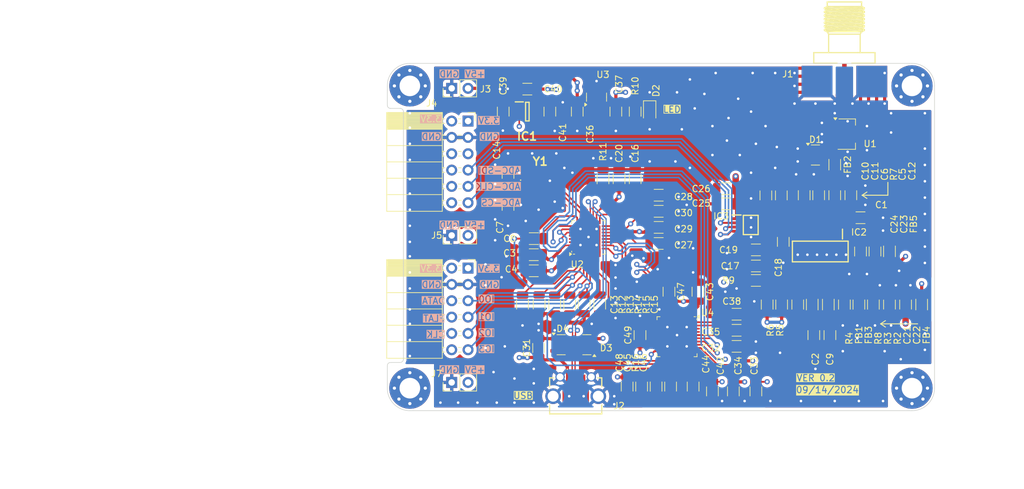
<source format=kicad_pcb>
(kicad_pcb (version 20240108) (generator "pcbnew") (generator_version "8.0")
  (title_block (title "PICO ADC TEST") (date "2024-01-31") (rev "R0.1"))
  (layers (0 "F.Cu" signal) (1 "In1.Cu" signal) (2 "In2.Cu" signal) (31 "B.Cu" signal) (34 "B.Paste" user) (35 "F.Paste" user) (36 "B.SilkS" user "B.Silkscreen") (37 "F.SilkS" user "F.Silkscreen") (38 "B.Mask" user) (39 "F.Mask" user) (44 "Edge.Cuts" user))
  (net 0 "")
  (net 1 "GND")
  (net 2 "Net-(IC2-LMD)")
  (net 3 "Net-(C2-Pad1)")
  (net 4 "TO_ADC_H")
  (net 6 "Net-(C5-Pad1)")
  (net 7 "Net-(IC2-INH)")
  (net 8 "Net-(C6-Pad2)")
  (net 9 "+3.3V")
  (net 10 "Net-(C9-Pad1)")
  (net 11 "TO_ADC_L")
  (net 12 "Net-(IC2-LON)")
  (net 13 "Net-(IC2-VIN)")
  (net 14 "Net-(IC2-LOP)")
  (net 15 "Net-(IC2-VIP)")
  (net 16 "Net-(IC2-RCLMP)")
  (net 17 "DAC_G")
  (net 18 "Net-(IC2-VCM)")
  (net 19 "5VVGA")
  (net 20 "5VLNA")
  (net 21 "Net-(U1-B)")
  (net 22 "VOH")
  (net 23 "VOL")
  (net 25 "Net-(IC2-HILO)")
  (net 26 "Net-(IC2-VPOS)")
  (net 27 "Net-(IC2-ENBV)")
  (net 28 "Net-(IC2-ENBL)")
  (net 29 "Net-(U1-A)")
  (net 32 "VDDI")
  (net 33 "VDIG")
  (net 34 "Net-(U2-X1)")
  (net 35 "Net-(U2-REFOUT)")
  (net 36 "/REFCLK")
  (net 37 "Net-(U2-VCC_GPIO)")
  (net 38 "Net-(U2-X0)")
  (net 39 "Net-(U2-ADC_REF_P)")
  (net 40 "Net-(U2-ADC_REF_N)")
  (net 41 "Net-(U2-V15_VCO)")
  (net 42 "Net-(U2-V18_ADC)")
  (net 43 "Net-(U2-V18_PHY)")
  (net 44 "V18-SYNTH")
  (net 45 "Net-(U4-AMP2_INB)")
  (net 46 "Net-(U4-AMP2_IN)")
  (net 47 "Net-(IC1-BP)")
  (net 48 "Net-(U4-CP-OUT)")
  (net 49 "Net-(U4-VCO-VCC)")
  (net 50 "Net-(U4-LFILT-PC)")
  (net 51 "Net-(D2-A)")
  (net 52 "USB_P")
  (net 53 "USB_N")
  (net 54 "SPI_DATA")
  (net 55 "SPI_LAT")
  (net 56 "SPI_CLK")
  (net 58 "Net-(U2-REST)")
  (net 59 "GPIO_3")
  (net 63 "/I_IN_P")
  (net 64 "/Q_IN_N")
  (net 65 "/Q_IN_P")
  (net 66 "/I_IN_N")
  (net 79 "+5V")
  (net 80 "GPIO_1")
  (net 82 "GPIO_0")
  (net 83 "GPIO_2")
  (net 84 "~{CS}")
  (net 85 "SCK")
  (net 86 "SDI")
  (net 89 "VRF")
  (footprint "Capacitor_SMD:C_1206_3216Metric" (layer "F.Cu") (at 141.25 107 90)
    (property "Reference" "C13")
    (property "Value" "1uF")
  )
  (footprint "Capacitor_SMD:C_1206_3216Metric" (layer "F.Cu") (at 189 111.75 -90)
    (property "Reference" "C9")
    (property "Value" "100nF")
  )
  (footprint "Capacitor_SMD:C_1206_3216Metric" (layer "F.Cu") (at 162.4 95)
    (property "Reference" "C29")
    (property "Value" "10uF")
  )
  (footprint "Capacitor_SMD:C_1206_3216Metric" (layer "F.Cu") (at 159.75 119.75 -90)
    (property "Reference" "C45")
    (property "Value" "10nF")
  )
  (footprint "Capacitor_SMD:C_1206_3216Metric" (layer "F.Cu") (at 198.25 107 90)
    (property "Reference" "C21")
    (property "Value" "1nF")
  )
  (footprint "Connector_PinSocket_2.54mm:PinSocket_2x06_P2.54mm_Horizontal" (layer "F.Cu") (at 132.79 78.47)
    (property "Reference" "J4")
    (property "Value" "90122-0126")
  )
  (footprint "Capacitor_SMD:C_1206_3216Metric" (layer "F.Cu") (at 162.4 97.5)
    (property "Reference" "C27")
    (property "Value" "10uF")
  )
  (footprint "Capacitor_SMD:C_1206_3216Metric" (layer "F.Cu") (at 172.8875 88.9875 180)
    (property "Reference" "C26")
    (property "Value" "100nF")
  )
  (footprint "Capacitor_SMD:C_1206_3216Metric" (layer "F.Cu") (at 172.8625 91.3375 180)
    (property "Reference" "C25")
    (property "Value" "10uF")
  )
  (footprint "PICO_ADC_Test:SOP64P600X175-20N" (layer "F.Cu") (at 187.5 98.75 -90)
    (property "Reference" "IC2")
    (property "Value" "AD8331ARQZ" (hide yes))
  )
  (footprint "Capacitor_SMD:C_1206_3216Metric" (layer "F.Cu") (at 143 99.25 180)
    (property "Reference" "C3")
    (property "Value" "10uF")
  )
  (footprint "Resistor_SMD:R_1206_3216Metric" (layer "F.Cu") (at 185 90 -90)
    (property "Reference" "R7")
    (property "Value" "280R")
  )
  (footprint "Capacitor_SMD:C_1206_3216Metric" (layer "F.Cu") (at 139 91.65 -90)
    (property "Reference" "C7")
    (property "Value" "18pF")
  )
  (footprint "Capacitor_SMD:C_1206_3216Metric" (layer "F.Cu") (at 142 73.5 180)
    (property "Reference" "C40")
    (property "Value" "10uF")
  )
  (footprint "Connector_PinHeader_2.54mm:PinHeader_1x02_P2.54mm_Vertical" (layer "F.Cu") (at 130.25 73.38 90)
    (property "Reference" "J3")
    (property "Value" "22-23-2021")
  )
  (footprint "Capacitor_SMD:C_1206_3216Metric" (layer "F.Cu") (at 164 105 -90)
    (property "Reference" "C47")
    (property "Value" "10nF")
  )
  (footprint "Capacitor_SMD:C_1206_3216Metric" (layer "F.Cu") (at 174 120.5 90)
    (property "Reference" "C34")
    (property "Value" "10uF")
  )
  (footprint "Capacitor_SMD:C_1206_3216Metric" (layer "F.Cu") (at 153.25 107 -90)
    (property "Reference" "C15")
    (property "Value" "10nF")
  )
  (footprint "Package_TO_SOT_SMD:SOT-23" (layer "F.Cu") (at 147.25 113.25)
    (property "Reference" "D4")
    (property "Value" "BAV99")
  )
  (footprint "Capacitor_SMD:C_1206_3216Metric" (layer "F.Cu") (at 174.5 111 180)
    (property "Reference" "C35")
    (property "Value" "100nF")
  )
  (footprint "Package_DFN_QFN:QFN-40-1EP_6x6mm_P0.5mm_EP4.6x4.6mm" (layer "F.Cu") (at 165.25 112 -90)
    (property "Reference" "U4")
    (property "Value" "msi001")
  )
  (footprint "Resistor_SMD:R_1206_3216Metric" (layer "F.Cu") (at 162 119.75 90)
    (property "Reference" "R16")
    (property "Value" "390R")
  )
  (footprint "Resistor_SMD:R_1206_3216Metric" (layer "F.Cu") (at 193.5 107 90)
    (property "Reference" "R3")
    (property "Value" "10K")
  )
  (footprint "Inductor_SMD:L_1206_3216Metric" (layer "F.Cu") (at 203.25 107 90)
    (property "Reference" "FB4")
    (property "Value" "ILHB1206ER750V")
  )
  (footprint "Package_TO_SOT_SMD:SOT-23" (layer "F.Cu") (at 186.75 83.75)
    (property "Reference" "D1")
    (property "Value" "BAV99")
  )
  (footprint "Capacitor_SMD:C_1206_3216Metric" (layer "F.Cu") (at 156.25 87.5 90)
    (property "Reference" "C20")
    (property "Value" "10uF")
  )
  (footprint "Inductor_SMD:L_1206_3216Metric" (layer "F.Cu") (at 198.25 98.725 90)
    (property "Reference" "FB5")
    (property "Value" "ILHB1206ER750V")
  )
  (footprint "Capacitor_SMD:C_1206_3216Metric" (layer "F.Cu") (at 143 96.75)
    (property "Reference" "C8")
    (property "Value" "10nF")
  )
  (footprint "Connector_PinSocket_2.54mm:PinSocket_2x06_P2.54mm_Horizontal" (layer "F.Cu") (at 132.79 101.33)
    (property "Reference" "J6" (hide yes))
    (property "Value" "90122-0126")
  )
  (footprint "ICTAMKY_V8:ZX62DB5PA830" (layer "F.Cu") (at 149.512 121.2)
    (property "Reference" "J2")
    (property "Value" "ZX62D-B-5PA8(30)" (hide yes))
  )
  (footprint "Package_TO_SOT_SMD:SOT-23" (layer "F.Cu") (at 152.75 74.75 90)
    (property "Reference" "U3")
    (property "Value" "AP7313-30SAG")
  )
  (footprint "Resistor_SMD:R_1206_3216Metric" (layer "F.Cu") (at 177.5 103.25 180)
    (property "Reference" "R9")
    (property "Value" "12K")
  )
  (footprint "Capacitor_SMD:C_1206_3216Metric" (layer "F.Cu") (at 157.5 119.75 -90)
    (property "Reference" "C48")
    (property "Value" "10nF")
  )
  (footprint "LED_SMD:LED_0805_2012Metric" (layer "F.Cu") (at 161 77 -90)
    (property "Reference" "D2")
    (property "Value" "LED")
  )
  (footprint "Inductor_SMD:L_1206_3216Metric" (layer "F.Cu") (at 188.75 107 -90)
    (property "Reference" "FB3")
    (property "Value" "ILHB1206ER750V")
  )
  (footprint "Capacitor_SMD:C_1206_3216Metric" (layer "F.Cu") (at 155.75 77 -90)
    (property "Reference" "C37")
    (property "Value" "10uF")
  )
  (footprint "Capacitor_SMD:C_1206_3216Metric" (layer "F.Cu") (at 138.25 77 -90)
    (property "Reference" "C39")
    (property "Value" "10uF")
  )
  (footprint "Capacitor_SMD:C_1206_3216Metric" (layer "F.Cu") (at 143 101.75 180)
    (property "Reference" "C4")
    (property "Value" "10uF")
  )
  (footprint "Package_TO_SOT_SMD:SOT-23" (layer "F.Cu") (at 151.25 113.25 180)
    (property "Reference" "D3")
    (property "Value" "BAV99")
  )
  (footprint "Connector_PinHeader_2.54mm:PinHeader_1x02_P2.54mm_Vertical" (layer "F.Cu") (at 130.25 119.11 90)
    (property "Reference" "J7")
    (property "Value" "22-23-2021")
  )
  (footprint "Inductor_SMD:L_1206_3216Metric" (layer "F.Cu") (at 186.25 107 -90)
    (property "Reference" "FB1")
    (property "Value" "ILHB1206ER750V")
  )
  (footprint "Capacitor_SMD:C_1206_3216Metric" (layer "F.Cu") (at 196 98.75 -90)
    (property "Reference" "C23")
    (property "Value" "1nF")
  )
  (footprint "MountingHole:MountingHole_3.2mm_M3_Pad_Via" (layer "F.Cu") (at 201.75 120)
    (property "Reference" "REF**" (hide yes))
    (property "Value" "MountingHole_3.2mm_M3_Pad_Via")
  )
  (footprint "Capacitor_SMD:C_1206_3216Metric" (layer "F.Cu") (at 149.75 77 -90)
    (property "Reference" "C36")
    (property "Value" "10uF")
  )
  (footprint "Capacitor_SMD:C_1206_3216Metric" (layer "F.Cu") (at 143.75 113.75 90)
    (property "Reference" "C31")
    (property "Value" "10uF")
  )
  (footprint "Resistor_SMD:R_1206_3216Metric" (layer "F.Cu") (at 143.83 106.9625 -90)
    (property "Reference" "R12")
    (property "Value" "10K")
  )
  (footprint "Capacitor_SMD:C_1206_3216Metric" (layer "F.Cu") (at 177.5 101 180)
    (property "Reference" "C17")
    (property "Value" "100nF")
  )
  (footprint "PICO_ADC_Test:MCP4812-EMS" (layer "F.Cu") (at 176.7 94.625)
    (property "Reference" "IC3")
    (property "Value" "MCP4812-E_MS" (hide yes))
  )
  (footprint "Resistor_SMD:R_1206_3216Metric" (layer "F.Cu") (at 150.83 106.9625 -90)
    (property "Reference" "R15")
    (property "Value" "10K")
  )
  (footprint "Capacitor_SMD:C_1206_3216Metric" (layer "F.Cu") (at 179.05 90.025 -90)
    (property "Reference" "C10")
    (property "Value" "100nF")
  )
  (footprint "MountingHole:MountingHole_3.2mm_M3_Pad_Via" (layer "F.Cu") (at 123.75 120)
    (property "Reference" "REF**" (hide yes))
    (property "Value" "MountingHole_3.2mm_M3_Pad_Via")
  )
  (footprint "Capacitor_SMD:C_1206_3216Metric" (layer "F.Cu") (at 189.75 90 -90)
    (property "Reference" "C5")
    (property "Value" "100nF")
  )
  (footprint "SamacSys_Parts:SOT94P279X130-5N" (layer "F.Cu") (at 142 77)
    (property "Reference" "IC1")
    (property "Value" "RT9193-18GB" (hide yes))
  )
  (footprint "SamacSys_Parts:ECS2401833BCHNTR3" (layer "F.Cu") (at 143 88.85 -90)
    (property "Reference" "Y1")
    (property "Value" "Crystal_GND24" (hide yes))
  )
  (footprint "Capacitor_SMD:C_1206_3216Metric" (layer "F.Cu") (at 181.45 90.025 -90)
    (property "Reference" "C11")
    (property "Value" "100nF")
  )
  (footprint "ICTAMKY_V8:AMPHENOL_132357-11_EXT" (layer "F.Cu") (at 191.25 70.75 -90)
    (property "Reference" "J1")
    (property "Value" "AMPHENOL_132357-11" (hide yes))
  )
  (footprint "Capacitor_SMD:C_1206_3216Metric" (layer "F.Cu") (at 187.25 90 90)
    (property "Reference" "C6")
    (property "Value" "18nF")
  )
  (footprint "MountingHole:MountingHole_3.2mm_M3_Pad_Via" (layer "F.Cu") (at 123.75 73)
    (property "Reference" "REF**" (hide yes))
    (property "Value" "MountingHole_3.2mm_M3_Pad_Via")
  )
  (footprint "Package_TO_SOT_SMD:SOT-89-3" (layer "F.Cu") (at 191.6125 80.5)
    (property "Reference" "U1")
    (property "Value" "MD0100N8-G")
  )
  (footprint "Capacitor_SMD:C_1206_3216Metric" (layer "F.Cu") (at 200.75 107 90)
    (property "Reference" "C22")
    (property "Value" "100nF")
  )
  (footprint "Capacitor_SMD:C_1206_3216Metric" (layer "F.Cu") (at 193.75 98.75 -90)
    (property "Reference" "C24")
    (property "Value" "100nF")
  )
  (footprint "Capacitor_SMD:C_1206_3216Metric" (layer "F.Cu") (at 164.25 119.75 90)
    (property "Reference" "C46")
    (property "Value" "33nF")
  )
  (footprint "Inductor_SMD:L_1206_3216Metric" (layer "F.Cu") (at 189.75 85.25 -90)
    (property "Reference" "FB2")
    (property "Value" "ILHB1206ER750V")
  )
  (footprint "Capacitor_SMD:C_1206_3216Metric" (layer "F.Cu") (at 192.25 90 90)
    (property "Reference" "C12")
    (property "Value" "22pF")
  )
  (footprint "Capacitor_SMD:C_1206_3216Metric" (layer "F.Cu") (at 162.4 90)
    (property "Reference" "C28")
    (property "Value" "1uF")
  )
  (footprint "Resistor_SMD:R_1206_3216Metric" (layer "F.Cu") (at 181.5 107 90)
    (property "Reference" "R5")
    (property "Value" "10K")
  )
  (footprint "Resistor_SMD:R_1206_3216Metric" (layer "F.Cu") (at 158.75 77 -90)
    (property "Reference" "R10")
    (property "Value" "510R")
  )
  (footprint "Capacitor_SMD:C_1206_3216Metric" (layer "F.Cu") (at 181.75 97.25 -90)
    (property "Reference" "C18")
    (property "Value" "1nF")
  )
  (footprint "Capacitor_SMD:C_1206_3216Metric" (layer "F.Cu") (at 158.75 87.5 90)
    (property "Reference" "C16")
    (property "Value" "1uF")
  )
  (footprint "Capacitor_SMD:C_1206_3216Metric" (layer "F.Cu") (at 162.4 92.5)
    (property "Reference" "C30")
    (property "Value" "1uF")
  )
  (footprint "Capacitor_SMD:C_1206_3216Metric" (layer "F.Cu") (at 174.5 108.5 180)
    (property "Reference" "C38")
    (property "Value" "100nF")
  )
  (footprint "Capacitor_SMD:C_1206_3216Metric" (layer "F.Cu") (at 159.5 111.75 90)
    (property "Reference" "C49")
    (property "Value" "10nF")
  )
  (footprint "Resistor_SMD:R_1206_3216Metric" (layer "F.Cu") (at 179.25 107 90)
    (property "Reference" "R6")
    (property "Value" "10K")
  )
  (footprint "Resistor_SMD:R_1206_3216Metric" (layer "F.Cu") (at 148.58 107 -90)
    (property "Reference" "R14")
    (property "Value" "10K")
  )
  (footprint "Resistor_SMD:R_1206_3216Metric" (layer "F.Cu") (at 184 107 -90)
    (property "Reference" "R4")
    (property "Value" "100R")
  )
  (footprint "Capacitor_SMD:C_1206_3216Metric" (layer "F.Cu") (at 145.5 77 90)
    (property "Reference" "C41")
    (property "Value" "22nF")
  )
  (footprint "Resistor_SMD:R_1206_3216Metric" (layer "F.Cu") (at 191.25 107 -90)
    (property "Reference" "R8")
    (property "Value" "100R")
  )
  (footprint "Package_DFN_QFN:QFN-32-1EP_5x5mm_P0.5mm_EP3.7x3.7mm" (layer "F.Cu") (at 151.5 96.55 90)
    (property "Reference" "U2")
    (property "Value" "msi2500")
  )
  (footprint "MountingHole:MountingHole_3.2mm_M3_Pad_Via" (layer "F.Cu") (at 201.75 73)
    (property "Reference" "REF**" (hide yes))
    (property "Value" "MountingHole_3.2mm_M3_Pad_Via")
  )
  (footprint "Capacitor_SMD:C_1206_3216Metric" (layer "F.Cu") (at 170.75 120.5 90)
    (property "Reference" "C42")
    (property "Value" "10nF")
  )
  (footprint "Connector_PinHeader_2.54mm:PinHeader_1x02_P2.54mm_Vertical" (layer "F.Cu") (at 130.25 96.25 90)
    (property "Reference" "J5")
    (property "Value" "22-23-2021")
  )
  (footprint "Capacitor_SMD:C_1206_3216Metric" (layer "F.Cu") (at 174.5 113.5 180)
    (property "Reference" "C32")
    (property "Value" "1uF")
  )
  (footprint "Capacitor_SMD:C_1206_3216Metric" (layer "F.Cu") (at 177.5 98.5 180)
    (property "Reference" "C19")
    (property "Value" "100nF")
  )
  (footprint "Capacitor_SMD:C_1206_3216Metric" (layer "F.Cu") (at 139 86.675 -90)
    (property "Reference" "C14")
    (property "Value" "18pF")
  )
  (footprint "Capacitor_SMD:C_1206_3216Metric" (layer "F.Cu") (at 168.5 105 -90)
    (property "Reference" "C43")
    (property "Value" "10nF")
  )
  (footprint "Resistor_SMD:R_1206_3216Metric" (layer "F.Cu") (at 153.75 87.5 -90)
    (property "Reference" "R11")
    (property "Value" "510R")
  )
  (footprint "Capacitor_SMD:C_1206_3216Metric" (layer "F.Cu") (at 186.5 111.75 -90)
    (property "Reference" "C2")
    (property "Value" "100nF")
  )
  (footprint "Resistor_SMD:R_1206_3216Metric" (layer "F.Cu") (at 195.75 107 90)
    (property "Reference" "R2")
    (property "Value" "10K")
  )
  (footprint "Capacitor_SMD:C_1206_3216Metric" (layer "F.Cu") (at 177.5 120.5 90)
    (property "Reference" "C33")
    (property "Value" "10uF")
  )
  (footprint "Capacitor_SMD:C_1206_3216Metric" (layer "F.Cu") (at 167.75 119.75 90)
    (property "Reference" "C44")
    (property "Value" "6800pF")
  )
  (footprint "Resistor_SMD:R_1206_3216Metric" (layer "F.Cu") (at 146.25 107 -90)
    (property "Reference" "R13")
    (property "Value" "10K")
  )
  (footprint "Capacitor_SMD:C_1206_3216Metric" (layer "F.Cu") (at 193.75 93.5 180)
    (property "Reference" "C1")
    (property "Value" "100nF")
  )
  (gr_line (start 194 90) (end 194.75 89.5) (stroke (width 0.15)) (layer "F.SilkS"))
  (gr_line (start 198 90) (end 194 90) (stroke (width 0.15)) (layer "F.SilkS"))
  (gr_line (start 196.875 110) (end 197.625 110.5) (stroke (width 0.15)) (layer "F.SilkS"))
  (gr_line (start 196.875 110) (end 197.625 109.5) (stroke (width 0.15)) (layer "F.SilkS"))
  (gr_line (start 198 88) (end 198 90) (stroke (width 0.15)) (layer "F.SilkS"))
  (gr_line (start 202.625 110) (end 196.875 110) (stroke (width 0.15)) (layer "F.SilkS"))
  (gr_line (start 194 90) (end 194.75 90.5) (stroke (width 0.15)) (layer "F.SilkS"))
  (gr_arc (start 120.25 73) (mid 121.275126 70.525126) (end 123.75 69.5) (stroke (width 0.1)) (layer "Edge.Cuts"))
  (gr_line (start 120.25 76) (end 120.25 73) (stroke (width 0.1)) (layer "Edge.Cuts"))
  (gr_line (start 122.75 77) (end 122.75 115.5) (stroke (width 0.1)) (layer "Edge.Cuts"))
  (gr_line (start 122.25 116) (end 120.75 116) (stroke (width 0.1)) (layer "Edge.Cuts"))
  (gr_line (start 205.25 73) (end 205.25 120) (stroke (width 0.1)) (layer "Edge.Cuts"))
  (gr_line (start 123.75 69.5) (end 201.75 69.5) (stroke (width 0.1)) (layer "Edge.Cuts"))
  (gr_arc (start 201.75 69.5) (mid 204.224874 70.525126) (end 205.25 73) (stroke (width 0.1)) (layer "Edge.Cuts"))
  (gr_arc (start 123.75 123.5) (mid 121.275126 122.474874) (end 120.25 120) (stroke (width 0.1)) (layer "Edge.Cuts"))
  (gr_arc (start 120.25 116.5) (mid 120.396447 116.146447) (end 120.75 116) (stroke (width 0.1)) (layer "Edge.Cuts"))
  (gr_line (start 120.75 76.5) (end 122.25 76.5) (stroke (width 0.1)) (layer "Edge.Cuts"))
  (gr_arc (start 122.75 115.5) (mid 122.603553 115.853553) (end 122.25 116) (stroke (width 0.1)) (layer "Edge.Cuts"))
  (gr_arc (start 120.75 76.5) (mid 120.396447 76.353553) (end 120.25 76) (stroke (width 0.1)) (layer "Edge.Cuts"))
  (gr_line (start 201.75 123.5) (end 123.75 123.5) (stroke (width 0.1)) (layer "Edge.Cuts"))
  (gr_arc (start 122.25 76.5) (mid 122.603553 76.646447) (end 122.75 77) (stroke (width 0.1)) (layer "Edge.Cuts"))
  (gr_line (start 120.25 116.5) (end 120.25 120) (stroke (width 0.1)) (layer "Edge.Cuts"))
  (gr_arc (start 205.25 120) (mid 204.224874 122.474874) (end 201.75 123.5) (stroke (width 0.1)) (layer "Edge.Cuts"))
  (gr_text "+5V" (at 135.5 71.75 0) (layer "B.SilkS" knockout) (effects (font (size 1 1)) (justify left bottom mirror)))
  (gr_text "GND" (at 128.75 81.5 0) (layer "B.SilkS" knockout) (effects (font (size 1 1)) (justify left bottom mirror)))
  (gr_text "ADC-SDI" (at 141 86.75 0) (layer "B.SilkS" knockout) (effects (font (size 1 1)) (justify left bottom mirror)))
  (gr_text "IO0" (at 137 106.75 0) (layer "B.SilkS" knockout) (effects (font (size 1 1)) (justify left bottom mirror)))
  (gr_text "ADC-CS" (at 141 91.75 0) (layer "B.SilkS" knockout) (effects (font (size 1 1)) (justify left bottom mirror)))
  (gr_text "IO3" (at 137 114.5 0) (layer "B.SilkS" knockout) (effects (font (size 1 1)) (justify left bottom mirror)))
  (gr_text "GND" (at 128.75 104.5 0) (layer "B.SilkS" knockout) (effects (font (size 1 1)) (justify left bottom mirror)))
  (gr_text "CLK" (at 129.25 112.25 0) (layer "B.SilkS" knockout) (effects (font (size 1 1)) (justify left bottom mirror)))
  (gr_text "+5V" (at 135.5 95.25 0) (layer "B.SilkS" knockout) (effects (font (size 1 1)) (justify left bottom mirror)))
  (gr_text "FLAT" (at 129.25 109.75 0) (layer "B.SilkS" knockout) (effects (font (size 1 1)) (justify left bottom mirror)))
  (gr_text "3.3V" (at 128.75 102 0) (layer "B.SilkS" knockout) (effects (font (size 1 1)) (justify left bottom mirror)))
  (gr_text "IO1" (at 137 109.5 0) (layer "B.SilkS" knockout) (effects (font (size 1 1)) (justify left bottom mirror)))
  (gr_text "DATA" (at 129.25 107 0) (layer "B.SilkS" knockout) (effects (font (size 1 1)) (justify left bottom mirror)))
  (gr_text "3.3V" (at 137.75 79 0) (layer "B.SilkS" knockout) (effects (font (size 1 1)) (justify left bottom mirror)))
  (gr_text "GND" (at 131.5 71.75 0) (layer "B.SilkS" knockout) (effects (font (size 1 1)) (justify left bottom mirror)))
  (gr_text "IO2" (at 137 112 0) (layer "B.SilkS" knockout) (effects (font (size 1 1)) (justify left bottom mirror)))
  (gr_text "GND" (at 131.5 117.75 0) (layer "B.SilkS" knockout) (effects (font (size 1 1)) (justify left bottom mirror)))
  (gr_text "3.3V" (at 137.75 102 0) (layer "B.SilkS" knockout) (effects (font (size 1 1)) (justify left bottom mirror)))
  (gr_text "ADC-CLK" (at 141 89.25 0) (layer "B.SilkS" knockout) (effects (font (size 1 1)) (justify left bottom mirror)))
  (gr_text "GND" (at 137.75 81.5 0) (layer "B.SilkS" knockout) (effects (font (size 1 1)) (justify left bottom mirror)))
  (gr_text "GND" (at 137.75 104.5 0) (layer "B.SilkS" knockout) (effects (font (size 1 1)) (justify left bottom mirror)))
  (gr_text "3.3V" (at 128.75 78.75 0) (layer "B.SilkS" knockout) (effects (font (size 1 1)) (justify left bottom mirror)))
  (gr_text "GND" (at 131.5 95.25 0) (layer "B.SilkS" knockout) (effects (font (size 1 1)) (justify left bottom mirror)))
  (gr_text "+5V" (at 135.5 117.75 0) (layer "B.SilkS" knockout) (effects (font (size 1 1)) (justify left bottom mirror)))
  (gr_text "VER 0.2" (at 183.75 119 0) (layer "F.SilkS" knockout) (effects (font (size 1 1)) (justify left bottom)))
  (gr_text "LED" (at 163 77.25 0) (layer "F.SilkS" knockout) (effects (font (size 1 1)) (justify left bottom)))
  (gr_text "09/14/2024" (at 183.65 120.85 0) (layer "F.SilkS" knockout) (effects (font (size 1 1)) (justify left bottom)))
  (gr_text "USB" (at 139.75 121.75 0) (layer "F.SilkS" knockout) (effects (font (size 1 1)) (justify left bottom)))
  (segment (start 152.75 97.75) (end 152.7 97.75) (width 0.25) (layer "F.Cu") (net 1))
  (segment (start 185.125 70.25) (end 182.875 70.25) (width 0.5) (layer "F.Cu") (net 1))
  (segment (start 153.25 99) (end 153.25 98.3) (width 0.25) (layer "F.Cu") (net 1))
  (segment (start 151.5 96.5) (end 151.5 96.55) (width 0.25) (layer "F.Cu") (net 1))
  (segment (start 147.5 75.55) (end 147.475 75.525) (width 0.5) (layer "F.Cu") (net 1))
  (segment (start 185.26 96.035) (end 185.26 97.74) (width 0.4) (layer "F.Cu") (net 1))
  (segment (start 188.46 99.29) (end 188.46 101.465) (width 0.4) (layer "F.Cu") (net 1))
  (segment (start 195 75.75) (end 195 76.625) (width 0.5) (layer "F.Cu") (net 1))
  (segment (start 150.7 97.3) (end 150.75 97.3) (width 0.25) (layer "F.Cu") (net 1))
  (segment (start 141 90.175) (end 141.875 90.175) (width 0.5) (layer "F.Cu") (net 1))
  (segment (start 170.75 121.975) (end 172.225 121.975) (width 0.5) (layer "F.Cu") (net 1))
  (segment (start 187.18 96.035) (end 187.18 97.93) (width 0.4) (layer "F.Cu") (net 1))
  (segment (start 152.7 97.75) (end 151.5 96.55) (width 0.25) (layer "F.Cu") (net 1))
  (segment (start 197.5 74.375) (end 197.5 76.625) (width 0.5) (layer "F.Cu") (net 1))
  (segment (start 175.75 122) (end 177.475 122) (width 0.5) (layer "F.Cu") (net 1))
  (segment (start 146.3125 112.3) (end 146.3125 111.0625) (width 0.5) (layer "F.Cu") (net 1))
  (segment (start 185.125 72.75) (end 182.875 72.75) (width 0.5) (layer "F.Cu") (net 1))
  (segment (start 178.9 95.6) (end 177.45 95.6) (width 0.45) (layer "F.Cu") (net 1))
  (segment (start 188.5 99.25) (end 188.46 99.29) (width 0.4) (layer "F.Cu") (net 1))
  (segment (start 190.38 99.63) (end 190.38 101.465) (width 0.4) (layer "F.Cu") (net 1))
  (segment (start 193.75 74.375) (end 193.75 76.625) (width 0.5) (layer "F.Cu") (net 1))
  (segment (start 196.25 74.375) (end 196.25 76.625) (width 0.5) (layer "F.Cu") (net 1))
  (segment (start 152.75 97.8) (end 152.75 97.75) (width 0.25) (layer "F.Cu") (net 1))
  (segment (start 146.3125 111.0625) (end 146.25 111) (width 0.5) (layer "F.Cu") (net 1))
  (segment (start 143.95 87.7) (end 144 87.75) (width 0.5) (layer "F.Cu") (net 1))
  (segment (start 172.25 122) (end 173.975 122) (width 0.5) (layer "F.Cu") (net 1))
  (segment (start 185.125 74) (end 182.875 74) (width 0.5) (layer "F.Cu") (net 1))
  (segment (start 151.25 96.8) (end 151.5 96.55) (width 0.25) (layer "F.Cu") (net 1))
  (segment (start 153.25 98.3) (end 152.75 97.8) (width 0.25) (layer "F.Cu") (net 1))
  (segment (start 178.9 94.3) (end 177 94.3) (width 0.45) (layer "F.Cu") (net 1))
  (segment (start 185.125 71.5) (end 182.875 71.5) (width 0.5) (layer "F.Cu") (net 1))
  (segment (start 151.25 96.3) (end 151.45 96.5) (width 0.25) (layer "F.Cu") (net 1))
  (segment (start 139 73.5) (end 138.95 73.45) (width 0.5) (layer "F.Cu") (net 1))
  (segment (start 139 90.175) (end 141 90.175) (width 0.5) (layer "F.Cu") (net 1))
  (segment (start 152.75 73.8125) (end 152.75 72.25) (width 0.5) (layer "F.Cu") (net 1))
  (segment (start 177.475 122) (end 177.5 121.975) (width 0.5) (layer "F.Cu") (net 1))
  (segment (start 149.8 97.3) (end 150.25 97.75) (width 0.25) (layer "F.Cu") (net 1))
  (segment (start 141.875 90.175) (end 142.05 90) (width 0.5) (layer "F.Cu") (net 1))
  (segment (start 149.05 96.8) (end 151.25 96.8) (width 0.25) (layer "F.Cu") (net 1))
  (segment (start 150.75 97.3) (end 151.5 96.55) (width 0.25) (layer "F.Cu") (net 1))
  (segment (start 195 74.375) (end 195 75.75) (width 0.5) (layer "F.Cu") (net 1))
  (segment (start 176.95 94.35) (end 177 94.3) (width 0.5) (layer "F.Cu") (net 1))
  (segment (start 149.05 97.3) (end 149.8 97.3) (width 0.25) (layer "F.Cu") (net 1))
  (segment (start 140.75 77) (end 136.75 77) (width 0.5) (layer "F.Cu") (net 1))
  (segment (start 143.75 112.275) (end 143.75 111) (width 0.5) (layer "F.Cu") (net 1))
  (segment (start 138.25 79.9) (end 138.2 79.95) (width 0.5) (layer "F.Cu") (net 1))
  (segment (start 174.025 122) (end 175.75 122) (width 0.5) (layer "F.Cu") (net 1))
  (segment (start 151.5 96.55) (end 151.5 96.55) (width 0.25) (layer "F.Cu") (net 1))
  (segment (start 173.975 122) (end 174 121.975) (width 0.5) (layer "F.Cu") (net 1))
  (segment (start 151.45 96.5) (end 151.5 96.5) (width 0.25) (layer "F.Cu") (net 1))
  (segment (start 149.05 96.3) (end 151.25 96.3) (width 0.25) (layer "F.Cu") (net 1))
  (segment (start 190 99.25) (end 190.38 99.63) (width 0.4) (layer "F.Cu") (net 1))
  (segment (start 174 121.975) (end 174.025 122) (width 0.5) (layer "F.Cu") (net 1))
  (segment (start 150.25 97.75) (end 150.7 97.3) (width 0.25) (layer "F.Cu") (net 1))
  (segment (start 172.225 121.975) (end 172.25 122) (width 0.5) (layer "F.Cu") (net 1))
  (via (at 143 119.25) (size 0.8) (drill 0.4) (layers "F.Cu" "B.Cu") (net 1))
  (via (at 149.75 80) (size 0.8) (drill 0.4) (layers "F.Cu" "B.Cu") (net 1))
  (via (at 165.5 97.5) (size 0.8) (drill 0.4) (layers "F.Cu" "B.Cu") (net 1))
  (via (at 181.25 114.5) (size 0.8) (drill 0.4) (layers "F.Cu" "B.Cu") (net 1))
  (via (at 203.75 90.37) (size 0.8) (drill 0.4) (layers "F.Cu" "B.Cu") (net 1))
  (via (at 176.75 77) (size 0.8) (drill 0.4) (layers "F.Cu" "B.Cu") (net 1))
  (via (at 183.75 86.75) (size 0.8) (drill 0.4) (layers "F.Cu" "B.Cu") (net 1))
  (via (at 159 103.45) (size 0.8) (drill 0.4) (layers "F.Cu" "B.Cu") (net 1))
  (via (at 186.75 75.75) (size 0.8) (drill 0.4) (layers "F.Cu" "B.Cu") (net 1))
  (via (at 176.75 96.5) (size 0.8) (drill 0.4) (layers "F.Cu" "B.Cu") (net 1))
  (via (at 123.75 84.5) (size 0.8) (drill 0.4) (layers "F.Cu" "B.Cu") (net 1))
  (via (at 147.5 92) (size 0.8) (drill 0.4) (layers "F.Cu" "B.Cu") (net 1))
  (via (at 152.25 84.25) (size 0.8) (drill 0.4) (layers "F.Cu" "B.Cu") (net 1))
  (via (at 141.75 94) (size 0.8) (drill 0.4) (layers "F.Cu" "B.Cu") (net 1))
  (via (at 141 91.5) (size 0.8) (drill 0.4) (layers "F.Cu" "B.Cu") (net 1))
  (via (at 203.75 100.53) (size 0.8) (drill 0.4) (layers "F.Cu" "B.Cu") (net 1))
  (via (at 203.75 87.83) (size 0.8) (drill 0.4) (layers "F.Cu" "B.Cu") (net 1))
  (via (at 131.25 122.25) (size 0.8) (drill 0.4) (layers "F.Cu" "B.Cu") (net 1))
  (via (at 194.75 102.25) (size 0.8) (drill 0.4) (layers "F.Cu" "B.Cu") (net 1))
  (via (at 173 101.5) (size 0.8) (drill 0.4) (layers "F.Cu" "B.Cu") (net 1))
  (via (at 123.75 92.25) (size 0.8) (drill 0.4) (layers "F.Cu" "B.Cu") (net 1))
  (via (at 180.75 82.5) (size 0.8) (drill 0.4) (layers "F.Cu" "B.Cu") (net 1))
  (via (at 138 102.75) (size 0.8) (drill 0.4) (layers "F.Cu" "B.Cu") (net 1))
  (via (at 123.75 99.5) (size 0.8) (drill 0.4) (layers "F.Cu" "B.Cu") (net 1))
  (via (at 164 99.75) (size 0.8) (drill 0.4) (layers "F.Cu" "B.Cu") (net 1))
  (via (at 143.75 111) (size 0.8) (drill 0.4) (layers "F.Cu" "B.Cu") (net 1))
  (via (at 191 110.25) (size 0.8) (drill 0.4) (layers "F.Cu" "B.Cu") (net 1))
  (via (at 155.7 106.7) (size 0.8) (drill 0.4) (layers "F.Cu" "B.Cu") (net 1))
  (via (at 180.5 71) (size 0.8) (drill 0.4) (layers "F.Cu" "B.Cu") (net 1))
  (via (at 184 84.75) (size 0.8) (drill 0.4) (layers "F.Cu" "B.Cu") (net 1))
  (via (at 147.5 75.55) (size 0.8) (drill 0.4) (layers "F.Cu" "B.Cu") (net 1))
  (via (at 165.5 95) (size 0.8) (drill 0.4) (layers "F.Cu" "B.Cu") (net 1))
  (via (at 168 76.5) (size 0.8) (drill 0.4) (layers "F.Cu" "B.Cu") (net 1))
  (via (at 172.75 105) (size 0.8) (drill 0.4) (layers "F.Cu" "B.Cu") (net 1))
  (via (at 146.25 80) (size 0.8) (drill 0.4) (layers "F.Cu" "B.Cu") (net 1))
  (via (at 155.7 104.5) (size 0.8) (drill 0.4) (layers "F.Cu" "B.Cu") (net 1))
  (via (at 174.5 104.5) (size 0.8) (drill 0.4) (layers "F.Cu" "B.Cu") (net 1))
  (via (at 194.5 91.5) (size 0.8) (drill 0.4) (layers "F.Cu" "B.Cu") (net 1))
  (via (at 183.5 71) (size 0.8) (drill 0.4) (layers "F.Cu" "B.Cu") (net 1))
  (via (at 191.5 85) (size 0.8) (drill 0.4) (layers "F.Cu" "B.Cu") (net 1))
  (via (at 187 99.25) (size 0.8) (drill 0.4) (layers "F.Cu" "B.Cu") (net 1))
  (via (at 203.75 97.99) (size 0.8) (drill 0.4) (layers "F.Cu" "B.Cu") (net 1))
  (via (at 135.5 104) (size 0.8) (drill 0.4) (layers "F.Cu" "B.Cu") (net 1))
  (via (at 158.3 99.4) (size 0.8) (drill 0.4) (layers "F.Cu" "B.Cu") (net 1))
  (via (at 142.75 83.5) (size 0.8) (drill 0.4) (layers "F.Cu" "B.Cu") (net 1))
  (via (at 183.5 73) (size 0.8) (drill 0.4) (layers "F.Cu" "B.Cu") (net 1))
  (via (at 203.75 85.29) (size 0.8) (drill 0.4) (layers "F.Cu" "B.Cu") (net 1))
  (via (at 140.75 86.5) (size 0.8) (drill 0.4) (layers "F.Cu" "B.Cu") (net 1))
  (via (at 194.5 88.5) (size 0.8) (drill 0.4) (layers "F.Cu" "B.Cu") (net 1))
  (via (at 197.5 114.25) (size 0.8) (drill 0.4) (layers "F.Cu" "B.Cu") (net 1))
  (via (at 184.5 122) (size 0.8) (drill 0.4) (layers "F.Cu" "B.Cu") (net 1))
  (via (at 191.75 83.25) (size 0.8) (drill 0.4) (layers "F.Cu" "B.Cu") (net 1))
  (via (at 173 81.5) (size 0.8) (drill 0.4) (layers "F.Cu" "B.Cu") (net 1))
  (via (at 203.75 111.5) (size 0.8) (drill 0.4) (layers "F.Cu" "B.Cu") (net 1))
  (via (at 137.25 122.25) (size 0.8) (drill 0.4) (layers "F.Cu" "B.Cu") (net 1))
  (via (at 193.25 112.25) (size 0.8) (drill 0.4) (layers "F.Cu" "B.Cu") (net 1))
  (via (at 147.75 85.75) (size 0.8) (drill 0.4) (layers "F.Cu" "B.Cu") (net 1))
  (via (at 194.75 83) (size 0.8) (drill 0.4) (layers "F.Cu" "B.Cu") (net 1))
  (via (at 200 115.5) (size 0.8) (drill 0.4) (layers "F.Cu" "B.Cu") (net 1))
  (via (at 203.75 95.45) (size 0.8) (drill 0.4) (layers "F.Cu" "B.Cu") (net 1))
  (via (at 123.75 104.5) (size 0.8) (drill 0.4) (layers "F.Cu" "B.Cu") (net 1))
  (via (at 165.25 74) (size 0.8) (drill 0.4) (layers "F.Cu" "B.Cu") (net 1))
  (via (at 198.5 110.25) (size 0.8) (drill 0.4) (layers "F.Cu" "B.Cu") (net 1))
  (via (at 137 93.75) (size 0.8) (drill 0.4) (layers "F.Cu" "B.Cu") (net 1))
  (via (at 192.5 75.75) (size 0.8) (drill 0.4) (layers "F.Cu" "B.Cu") (net 1))
  (via (at 197.5 75.75) (size 0.8) (drill 0.4) (layers "F.Cu" "B.Cu") (net 1))
  (via (at 177 71) (size 0.8) (drill 0.4) (layers "F.Cu" "B.Cu") (net 1))
  (via (at 177.5 112.75) (size 0.8) (drill 0.4) (layers "F.Cu" "B.Cu") (net 1))
  (via (at 177.25 106.5) (size 0.8) (drill 0.4) (layers "F.Cu" "B.Cu") (net 1))
  (via (at 189.75 122) (size 0.8) (drill 0.4) (layers "F.Cu" "B.Cu") (net 1))
  (via (at 184 99.25) (size 0.8) (drill 0.4) (layers "F.Cu" "B.Cu") (net 1))
  (via (at 140 122.25) (size 0.8) (drill 0.4) (layers "F.Cu" "B.Cu") (net 1))
  (via (at 137 90.75) (size 0.8) (drill 0.4) (layers "F.Cu" "B.Cu") (net 1))
  (via (at 138.2 79.95) (size 0.8) (drill 0.4) (layers "F.Cu" "B.Cu") (net 1))
  (via (at 174.75 75) (size 0.8) (drill 0.4) (layers "F.Cu" "B.Cu") (net 1))
  (via (at 150.75 121.25) (size 0.8) (drill 0.4) (layers "F.Cu" "B.Cu") (net 1))
  (via (at 173.25 78) (size 0.8) (drill 0.4) (layers "F.Cu" "B.Cu") (net 1))
  (via (at 165 84.75) (size 0.8) (drill 0.4) (layers "F.Cu" "B.Cu") (net 1))
  (via (at 159 105.7) (size 0.8) (drill 0.4) (layers "F.Cu" "B.Cu") (net 1))
  (via (at 201.5 104) (size 0.8) (drill 0.4) (layers "F.Cu" "B.Cu") (net 1))
  (via (at 170.75 83.75) (size 0.8) (drill 0.4) (layers "F.Cu" "B.Cu") (net 1))
  (via (at 165.5 92.5) (size 0.8) (drill 0.4) (layers "F.Cu" "B.Cu") (net 1))
  (via (at 145.5 87.75) (size 0.8) (drill 0.4) (layers "F.Cu" "B.Cu") (net 1))
  (via (at 161 74) (size 0.8) (drill 0.4) (layers "F.Cu" "B.Cu") (net 1))
  (via (at 167.75 98.25) (size 0.8) (drill 0.4) (layers "F.Cu" "B.Cu") (net 1))
  (via (at 146.25 91) (size 0.8) (drill 0.4) (layers "F.Cu" "B.Cu") (net 1))
  (via (at 191.5 99.25) (size 0.8) (drill 0.4) (layers "F.Cu" "B.Cu") (net 1))
  (via (at 203.75 77.25) (size 0.8) (drill 0.4) (layers "F.Cu" "B.Cu") (net 1))
  (via (at 196 110.25) (size 0.8) (drill 0.4) (layers "F.Cu" "B.Cu") (net 1))
  (via (at 150.25 95.25) (size 0.8) (drill 0.4) (layers "F.Cu" "B.Cu") (net 1))
  (via (at 137 88.25) (size 0.8) (drill 0.4) (layers "F.Cu" "B.Cu") (net 1))
  (via (at 163.75 110.5) (size 0.8) (drill 0.4) (layers "F.Cu" "B.Cu") (net 1))
  (via (at 137 97) (size 0.8) (drill 0.4) (layers "F.Cu" "B.Cu") (net 1))
  (via (at 188.5 99.25) (size 0.8) (drill 0.4) (layers "F.Cu" "B.Cu") (net 1))
  (via (at 198.5 77.25) (size 0.8) (drill 0.4) (layers "F.Cu" "B.Cu") (net 1))
  (via (at 176.75 95) (size 0.8) (drill 0.4) (layers "F.Cu" "B.Cu") (net 1))
  (via (at 197.25 122) (size 0.8) (drill 0.4) (layers "F.Cu" "B.Cu") (net 1))
  (via (at 160.05 99.8) (size 0.8) (drill 0.4) (layers "F.Cu" "B.Cu") (net 1))
  (via (at 137.75 73.5) (size 0.8) (drill 0.4) (layers "F.Cu" "B.Cu") (net 1))
  (via (at 177.5 82) (size 0.8) (drill 0.4) (layers "F.Cu" "B.Cu") (net 1))
  (via (at 161 79.75) (size 0.8) (drill 0.4) (layers "F.Cu" "B.Cu") (net 1))
  (via (at 135.5 113.75) (size 0.8) (drill 0.4) (layers "F.Cu" "B.Cu") (net 1))
  (via (at 159 107.5) (size 0.8) (drill 0.4) (layers "F.Cu" "B.Cu") (net 1))
  (via (at 203.75 92.91) (size 0.8) (drill 0.4) (layers "F.Cu" "B.Cu") (net 1))
  (via (at 184 82.75) (size 0.8) (drill 0.4) (layers "F.Cu" "B.Cu") (net 1))
  (via (at 136.75 117.5) (size 0.8) (drill 0.4) (layers "F.Cu" "B.Cu") (net 1))
  (via (at 165.25 111.75) (size 0.8) (drill 0.4) (layers "F.Cu" "B.Cu") (net 1))
  (via (at 186.5 86.75) (size 0.8) (drill 0.4) (layers "F.Cu" "B.Cu") (net 1))
  (via (at 197.25 95.5) (size 0.8) (drill 0.4) (layers "F.Cu" "B.Cu") (net 1))
  (via (at 167.25 85.75) (size 0.8) (drill 0.4) (layers "F.Cu" "B.Cu") (net 1))
  (via (at 155.75 80) (size 0.8) (drill 0.4) (layers "F.Cu" "B.Cu") (net 1))
  (via (at 146.25 111) (size 0.8) (drill 0.4) (layers "F.Cu" "B.Cu") (net 1))
  (via (at 173 99) (size 0.8) (drill 0.4) (layers "F.Cu" "B.Cu") (net 1))
  (via (at 171.25 71) (size 0.8) (drill 0.4) (layers "F.Cu" "B.Cu") (net 1))
  (via (at 151.5 96.5) (size 0.8) (drill 0.4) (layers "F.Cu" "B.Cu") (net 1))
  (via (at 203.75 82.75) (size 0.8) (drill 0.4) (layers "F.Cu" "B.Cu") (net 1))
  (via (at 161 84.75) (size 0.8) (drill 0.4) (layers "F.Cu" "B.Cu") (net 1))
  (via (at 141.25 110.25) (size 0.8) (drill 0.4) (layers "F.Cu" "B.Cu") (net 1))
  (via (at 196.75 104) (size 0.8) (drill 0.4) (layers "F.Cu" "B.Cu") (net 1))
  (via (at 165.5 90.25) (size 0.8) (drill 0.4) (layers "F.Cu" "B.Cu") (net 1))
  (via (at 203.75 114.04) (size 0.8) (drill 0.4) (layers "F.Cu" "B.Cu") (net 1))
  (via (at 187.75 80.5) (size 0.8) (drill 0.4) (layers "F.Cu" "B.Cu") (net 1))
  (via (at 186.75 117) (size 0.8) (drill 0.4) (layers "F.Cu" "B.Cu") (net 1))
  (via (at 183.5 75.75) (size 0.8) (drill 0.4) (layers "F.Cu" "B.Cu") (net 1))
  (via (at 155.5 122.5) (size 0.8) (drill 0.4) (layers "F.Cu" "B.Cu") (net 1))
  (via (at 123.75 77.25) (size 0.8) (drill 0.4) (layers "F.Cu" "B.Cu") (net 1))
  (via (at 140 118.5) (size 0.8) (drill 0.4) (layers "F.Cu" "B.Cu") (net 1))
  (via (at 152.75 72.25) (size 0.8) (drill 0.4) (layers "F.Cu" "B.Cu") (net 1))
  (via (at 123.75 94.75) (size 0.8) (drill 0.4) (layers "F.Cu" "B.Cu") (net 1))
  (via (at 150.25 97.75) (size 0.8) (drill 0.4) (layers "F.Cu" "B.Cu") (net 1))
  (via (at 139 83.5) (size 0.8) (drill 0.4) (layers "F.Cu" "B.Cu") (net 1))
  (via (at 189.75 75.75) (size 0.8) (drill 0.4) (layers "F.Cu" "B.Cu") (net 1))
  (via (at 172.25 122) (size 0.8) (drill 0.4) (layers "F.Cu" "B.Cu") (net 1))
  (via (at 135.5 100.75) (size 0.8) (drill 0.4) (layers "F.Cu" "B.Cu") (net 1))
  (via (at 199.75 101.75) (size 0.8) (drill 0.4) (layers "F.Cu" "B.Cu") (net 1))
  (via (at 189.75 77.25) (size 0.8) (drill 0.4) (layers "F.Cu" "B.Cu") (net 1))
  (via (at 193.25 110.25) (size 0.8) (drill 0.4) (layers "F.Cu" "B.Cu") (net 1))
  (via (at 141.75 113.25) (size 0.8) (drill 0.4) (layers "F.Cu" "B.Cu") (net 1))
  (via (at 191 114.25) (size 0.8) (drill 0.4) (layers "F.Cu" "B.Cu") (net 1))
  (via (at 190 99.25) (size 0.8) (drill 0.4) (layers "F.Cu" "B.Cu") (net 1))
  (via (at 191.75 87) (size 0.8) (drill 0.4) (layers "F.Cu" "B.Cu") (net 1))
  (via (at 137 85.25) (size 0.8) (drill 0.4) (layers "F.Cu" "B.Cu") (net 1))
  (via (at 180.5 85.75) (size 0.8) (drill 0.4) (layers "F.Cu" "B.Cu") (net 1))
  (via (at 162.5 107.75) (size 0.8) (drill 0.4) (layers "F.Cu" "B.Cu") (net 1))
  (via (at 166.75 91.5) (size 0.8) (drill 0.4) (layers "F.Cu" "B.Cu") (net 1))
  (via (at 155.7 102.8) (size 0.8) (drill 0.4) (layers "F.Cu" "B.Cu") (net 1))
  (via (at 155.7 109.1) (size 0.8) (drill 0.4) (layers "F.Cu" "B.Cu") (net 1))
  (via (at 187.75 78.75) (size 0.8) (drill 0.4) (layers "F.Cu" "B.Cu") (net 1))
  (via (at 146.5 83.5) (size 0.8) (drill 0.4) (layers "F.Cu" "B.Cu") (net 1))
  (via (at 158 84) (size 0.8) (drill 0.4) (layers "F.Cu" "B.Cu") (net 1))
  (via (at 152.75 97.75) (size 0.8) (drill 0.4) (layers "F.Cu" "B.Cu") (net 1))
  (via (at 166.75 110.5) (size 0.8) (drill 0.4) (layers "F.Cu" "B.Cu") (net 1))
  (via (at 149 86.5) (size 0.8) (drill 0.4) (layers "F.Cu" "B.Cu") (net 1))
  (via (at 193.5 122) (size 0.8) (drill 0.4) (layers "F.Cu" "B.Cu") (net 1))
  (via (at 123.75 89.75) (size 0.8) (drill 0.4) (layers "F.Cu" "B.Cu") (net 1))
  (via (at 194.75 79.25) (size 0.8) (drill 0.4) (layers "F.Cu" "B.Cu") (net 1))
  (via (at 198.5 80.25) (size 0.8) (drill 0.4) (layers "F.Cu" "B.Cu") (net 1))
  (via (at 152 110) (size 0.8) (drill 0.4) (layers "F.Cu" "B.Cu") (net 1))
  (via (at 175 83.75) (size 0.8) (drill 0.4) (layers "F.Cu" "B.Cu") (net 1))
  (via (at 123.75 107.75) (size 0.8) (drill 0.4) (layers "F.Cu" "B.Cu") (net 1))
  (via (at 199.25 104) (size 0.8) (drill 0.4) (layers "F.Cu" "B.Cu") (net 1))
  (via (at 167.75 102) (size 0.8) (drill 0.4) (layers "F.Cu" "B.Cu") (net 1))
  (via (at 176.75 86.5) (size 0.8) (drill 0.4) (layers "F.Cu" "B.Cu") (net 1))
  (via (at 177.5 114.5) (size 0.8) (drill 0.4) (layers "F.Cu" "B.Cu") (net 1))
  (via (at 175.75 122) (size 0.8) (drill 0.4) (layers "F.Cu" "B.Cu") (net 1))
  (via (at 148.5 121.25) (size 0.8) (drill 0.4) (layers "F.Cu" "B.Cu") (net 1))
  (via (at 187.75 81.75) (size 0.8) (drill 0.4) (layers "F.Cu" "B.Cu") (net 1))
  (via (at 143.75 92.25) (size 0.8) (drill 0.4) (layers "F.Cu" "B.Cu") (net 1))
  (via (at 138.75 99.5) (size 0.8) (drill 0.4) (layers "F.Cu" "B.Cu") (net 1))
  (via (at 152.75 95.25) (size 0.8) (drill 0.4) (layers "F.Cu" "B.Cu") (net 1))
  (via (at 197.5 71) (size 0.8) (drill 0.4) (layers "F.Cu" "B.Cu") (net 1))
  (via (at 128.5 122.25) (size 0.8) (drill 0.4) (layers "F.Cu" "B.Cu") (net 1))
  (via (at 155 84.25) (size 0.8) (drill 0.4) (layers "F.Cu" "B.Cu") (net 1))
  (via (at 162.25 101.5) (size 0.8) (drill 0.4) (layers "F.Cu" "B.Cu") (net 1))
  (via (at 155.5 121.25) (size 0.8) (drill 0.4) (layers "F.Cu" "B.Cu") (net 1))
  (via (at 192 102.25) (size 0.8) (drill 0.4) (layers "F.Cu" "B.Cu") (net 1))
  (via (at 123.75 115) (size 0.8) (drill 0.4) (layers "F.Cu" "B.Cu") (net 1))
  (via (at 138.5 113.5) (size 0.8) (drill 0.4) (layers "F.Cu" "B.Cu") (net 1))
  (via (at 123.75 82) (size 0.8) (drill 0.4) (layers "F.Cu" "B.Cu") (net 1))
  (via (at 159.5 108.75) (size 0.8) (drill 0.4) (layers "F.Cu" "B.Cu") (net 1))
  (via (at 123.75 97.25) (size 0.8) (drill 0.4) (layers "F.Cu" "B.Cu") (net 1))
  (via (at 176.75 90.5) (size 0.8) (drill 0.4) (layers "F.Cu" "B.Cu") (net 1))
  (via (at 123.75 110) (size 0.8) (drill 0.4) (layers "F.Cu" "B.Cu") (net 1))
  (via (at 179 79.25) (size 0.8) (drill 0.4) (layers "F.Cu" "B.Cu") (net 1))
  (via (at 123.75 112.5) (size 0.8) (drill 0.4) (layers "F.Cu" "B.Cu") (net 1))
  (via (at 170.75 79.25) (size 0.8) (drill 0.4) (layers "F.Cu" "B.Cu") (net 1))
  (via (at 143.75 110) (size 0.8) (drill 0.4) (layers "F.Cu" "B.Cu") (net 1))
  (via (at 143 122.25) (size 0.8) (drill 0.4) (layers "F.Cu" "B.Cu") (net 1))
  (via (at 143 117) (size 0.8) (drill 0.4) (layers "F.Cu" "B.Cu") (net 1))
  (via (at 197.25 93.5) (size 0.8) (drill 0.4) (layers "F.Cu" "B.Cu") (net 1))
  (via (at 191.75 78.5) (size 0.8) (drill 0.4) (layers "F.Cu" "B.Cu") (net 1))
  (via (at 163.75 113.5) (size 0.8) (drill 0.4) (layers "F.Cu" "B.Cu") (net 1))
  (via (at 169.5 74.25) (size 0.8) (drill 0.4) (layers "F.Cu" "B.Cu") (net 1))
  (via (at 123.75 79.5) (size 0.8) (drill 0.4) (layers "F.Cu" "B.Cu") (net 1))
  (via (at 185.5 99.25) (size 0.8) (drill 0.4) (layers "F.Cu" "B.Cu") (net 1))
  (via (at 181.75 100.5) (size 0.8) (drill 0.4) (layers "F.Cu" "B.Cu") (net 1))
  (via (at 138.95 73.45) (size 0.8) (drill 0.4) (layers "F.Cu" "B.Cu") (net 1))
  (via (at 123.75 87.5) (size 0.8) (drill 0.4) (layers "F.Cu" "B.Cu") (net 1))
  (via (at 166.75 113.5) (size 0.8) (drill 0.4) (layers "F.Cu" "B.Cu") (net 1))
  (via (at 176.75 93.5) (size 0.8) (drill 0.4) (layers "F.Cu" "B.Cu") (net 1))
  (via (at 155.7 100.85) (size 0.8) (drill 0.4) (layers "F.Cu" "B.Cu") (net 1))
  (via (at 179.75 122) (size 0.8) (drill 0.4) (layers "F.Cu" "B.Cu") (net 1))
  (via (at 195 75.75) (size 0.8) (drill 0.4) (layers "F.Cu" "B.Cu") (net 1))
  (via (at 134.25 122.25) (size 0.8) (drill 0.4) (layers "F.Cu" "B.Cu") (net 1))
  (via (at 167.25 72) (size 0.8) (drill 0.4) (layers "F.Cu" "B.Cu") (net 1))
  (via (at 139 94.75) (size 0.8) (drill 0.4) (layers "F.Cu" "B.Cu") (net 1))
  (via (at 166 79.75) (size 0.8) (drill 0.4) (layers "F.Cu" "B.Cu") (net 1))
  (via (at 123.75 102) (size 0.8) (drill 0.4) (layers "F.Cu" "B.Cu") (net 1))
  (segment (start 190.38 96.035) (end 190.38 94.12) (width 0.3) (layer "F.Cu") (net 2))
  (segment (start 190.38 94.12) (end 191 93.5) (width 0.3) (layer "F.Cu") (net 2))
  (segment (start 191 93.5) (end 192.275 93.5) (width 0.3) (layer "F.Cu") (net 2))
  (segment (start 186.5 110.275) (end 186.25 110.025) (width 0.3) (layer "F.Cu") (net 3))
  (segment (start 186.25 110.025) (end 186.25 108.575) (width 0.3) (layer "F.Cu") (net 3))
  (segment (start 184 108.4625) (end 186.1375 108.4625) (width 0.3) (layer "F.Cu") (net 3))
  (segment (start 186.1375 108.4625) (end 186.25 108.575) (width 0.3) (layer "F.Cu") (net 3))
  (segment (start 184.28 113.225) (end 184.4 113.225) (width 0.3) (layer "F.Cu") (net 4))
  (segment (start 179.475 113.225) (end 182 113.225) (width 0.3) (layer "F.Cu") (net 4))
  (segment (start 183.44 113.225) (end 183.44 112.985) (width 0.3) (layer "F.Cu") (net 4))
  (segment (start 182.84 112.68543) (end 182.84 112.985) (width 0.3) (layer "F.Cu") (net 4))
  (segment (start 182.48 112.44543) (end 182.6 112.44543) (width 0.3) (layer "F.Cu") (net 4))
  (segment (start 182.84 112.985) (end 182.84 113.225) (width 0.3) (layer "F.Cu") (net 4))
  (segment (start 183.68 112.44543) (end 183.8 112.44543) (width 0.3) (layer "F.Cu") (net 4))
  (segment (start 184.4 113.225) (end 185 113.225) (width 0.3) (layer "F.Cu") (net 4))
  (segment (start 182.24 112.985) (end 182.24 112.68543) (width 0.3) (layer "F.Cu") (net 4))
  (segment (start 177.25 111) (end 179.475 113.225) (width 0.3) (layer "F.Cu") (net 4))
  (segment (start 184.04 112.68543) (end 184.04 112.985) (width 0.3) (layer "F.Cu") (net 4))
  (segment (start 183.44 113.864558) (end 183.44 113.225) (width 0.3) (layer "F.Cu") (net 4))
  (segment (start 182.84 113.225) (end 182.84 113.864558) (width 0.3) (layer "F.Cu") (net 4))
  (segment (start 175.975 111) (end 177.25 111) (width 0.3) (layer "F.Cu") (net 4))
  (segment (start 183.44 112.985) (end 183.44 112.68543) (width 0.3) (layer "F.Cu") (net 4))
  (segment (start 183.08 114.104558) (end 183.2 114.104558) (width 0.3) (layer "F.Cu") (net 4))
  (segment (start 185 113.225) (end 186.5 113.225) (width 0.3) (layer "F.Cu") (net 4))
  (arc (start 183.2 114.104558) (mid 183.369706 114.034264) (end 183.44 113.864558) (width 0.3) (layer "F.Cu") (net 4))
  (arc (start 182 113.225) (mid 182.169706 113.154706) (end 182.24 112.985) (width 0.3) (layer "F.Cu") (net 4))
  (arc (start 183.44 112.68543) (mid 183.510294 112.515724) (end 183.68 112.44543) (width 0.3) (layer "F.Cu") (net 4))
  (arc (start 182.24 112.68543) (mid 182.310294 112.515724) (end 182.48 112.44543) (width 0.3) (layer "F.Cu") (net 4))
  (arc (start 183.8 112.44543) (mid 183.969706 112.515724) (end 184.04 112.68543) (width 0.3) (layer "F.Cu") (net 4))
  (arc (start 182.6 112.44543) (mid 182.769706 112.515724) (end 182.84 112.68543) (width 0.3) (layer "F.Cu") (net 4))
  (arc (start 184.04 112.985) (mid 184.110294 113.154706) (end 184.28 113.225) (width 0.3) (layer "F.Cu") (net 4))
  (arc (start 182.84 113.864558) (mid 182.910294 114.034264) (end 183.08 114.104558) (width 0.3) (layer "F.Cu") (net 4))
  (segment (start 189.75 86.825) (end 189.75 88.525) (width 0.3) (layer "F.Cu") (net 6))
  (segment (start 189.75 91.475) (end 192.25 91.475) (width 0.3) (layer "F.Cu") (net 7))
  (segment (start 189.74 96.035) (end 189.74 91.485) (width 0.3) (layer "F.Cu") (net 7))
  (segment (start 189.74 91.485) (end 189.75 91.475) (width 0.3) (layer "F.Cu") (net 7))
  (segment (start 187.25 91.475) (end 189.75 91.475) (width 0.3) (layer "F.Cu") (net 7))
  (segment (start 184.75625 88.5375) (end 186.99375 88.5375) (width 0.3) (layer "F.Cu") (net 8))
  (segment (start 191.1375 108.575) (end 191.25 108.4625) (width 0.3) (layer "F.Cu") (net 10))
  (segment (start 188.75 110.025) (end 189 110.275) (width 0.3) (layer "F.Cu") (net 10))
  (segment (start 188.75 108.575) (end 191.1375 108.575) (width 0.3) (layer "F.Cu") (net 10))
  (segment (start 188.75 108.575) (end 188.75 110.025) (width 0.3) (layer "F.Cu") (net 10))
  (segment (start 175.975 108.5) (end 176.75 108.5) (width 0.3) (layer "F.Cu") (net 11))
  (segment (start 177.25 110) (end 179 111.75) (width 0.3) (layer "F.Cu") (net 11))
  (segment (start 187.525 111.75) (end 189 113.225) (width 0.3) (layer "F.Cu") (net 11))
  (segment (start 179 111.75) (end 187.525 111.75) (width 0.3) (layer "F.Cu") (net 11))
  (segment (start 176.75 108.5) (end 177.25 109) (width 0.3) (layer "F.Cu") (net 11))
  (segment (start 177.25 109) (end 177.25 110) (width 0.3) (layer "F.Cu") (net 11))
  (segment (start 180.4 87.2) (end 179.05 88.55) (width 0.3) (layer "F.Cu") (net 12))
  (segment (start 183.5 89.75) (end 183.5 88.3) (width 0.3) (layer "F.Cu") (net 12))
  (segment (start 185 91.25) (end 183.5 89.75) (width 0.3) (layer "F.Cu") (net 12))
  (segment (start 188.46 94.71) (end 186.275 92.525) (width 0.3) (layer "F.Cu") (net 12))
  (segment (start 185 91.4625) (end 185 91.25) (width 0.3) (layer "F.Cu") (net 12))
  (segment (start 185.5 92.525) (end 185 92.025) (width 0.3) (layer "F.Cu") (net 12))
  (segment (start 183.5 88.3) (end 182.4 87.2) (width 0.3) (layer "F.Cu") (net 12))
  (segment (start 186.275 92.525) (end 185.5 92.525) (width 0.3) (layer "F.Cu") (net 12))
  (segment (start 188.46 96.035) (end 188.46 94.71) (width 0.3) (layer "F.Cu") (net 12))
  (segment (start 185 92.025) (end 185 91.4625) (width 0.3) (layer "F.Cu") (net 12))
  (segment (start 182.4 87.2) (end 180.4 87.2) (width 0.3) (layer "F.Cu") (net 12))
  (segment (start 179.25 91.5) (end 179.05 91.5) (width 0.3) (layer "F.Cu") (net 13))
  (segment (start 185.9 96.035) (end 185.9 95.05) (width 0.3) (layer "F.Cu") (net 13))
  (segment (start 185.9 95.05) (end 185.2 94.35) (width 0.3) (layer "F.Cu") (net 13))
  (segment (start 182.1 94.35) (end 179.25 91.5) (width 0.3) (layer "F.Cu") (net 13))
  (segment (start 185.2 94.35) (end 182.1 94.35) (width 0.3) (layer "F.Cu") (net 13))
  (segment (start 184.625 93.15) (end 182.85 91.375) (width 0.3) (layer "F.Cu") (net 14))
  (segment (start 182.85 89.95) (end 181.45 88.55) (width 0.3) (layer "F.Cu") (net 14))
  (segment (start 182.85 91.375) (end 182.85 89.95) (width 0.3) (layer "F.Cu") (net 14))
  (segment (start 186.05 93.15) (end 184.625 93.15) (width 0.3) (layer "F.Cu") (net 14))
  (segment (start 187.82 94.92) (end 186.05 93.15) (width 0.3) (layer "F.Cu") (net 14))
  (segment (start 187.82 96.035) (end 187.82 94.92) (width 0.3) (layer "F.Cu") (net 14))
  (segment (start 186.54 94.84) (end 185.45 93.75) (width 0.3) (layer "F.Cu") (net 15))
  (segment (start 185.45 93.75) (end 183.7 93.75) (width 0.3) (layer "F.Cu") (net 15))
  (segment (start 186.54 96.035) (end 186.54 94.84) (width 0.3) (layer "F.Cu") (net 15))
  (segment (start 183.7 93.75) (end 181.45 91.5) (width 0.3) (layer "F.Cu") (net 15))
  (segment (start 178.9625 101.2875) (end 178.9625 103.25) (width 0.3) (layer "F.Cu") (net 16))
  (segment (start 184.65 103.125) (end 179.0875 103.125) (width 0.3) (layer "F.Cu") (net 16))
  (segment (start 179 101.25) (end 178.9625 101.2875) (width 0.3) (layer "F.Cu") (net 16))
  (segment (start 178.975 101) (end 178.975 101.225) (width 0.3) (layer "F.Cu") (net 16))
  (segment (start 185.26 101.465) (end 185.26 102.515) (width 0.3) (layer "F.Cu") (net 16))
  (segment (start 185.26 102.515) (end 184.65 103.125) (width 0.3) (layer "F.Cu") (net 16))
  (segment (start 179.0875 103.125) (end 178.9625 103.25) (width 0.3) (layer "F.Cu") (net 16))
  (segment (start 178.975 101.225) (end 179 101.25) (width 0.3) (layer "F.Cu") (net 16))
  (segment (start 182.875 95.775) (end 183.671426 94.978574) (width 0.3) (layer "F.Cu") (net 17))
  (segment (start 180.4 93.65) (end 181.75 95) (width 0.3) (layer "F.Cu") (net 17))
  (segment (start 178.9 93.65) (end 180.4 93.65) (width 0.3) (layer "F.Cu") (net 17))
  (segment (start 183.671426 94.978574) (end 184.228574 94.978574) (width 0.3) (layer "F.Cu") (net 17))
  (segment (start 181.75 95.775) (end 182.875 95.775) (width 0.3) (layer "F.Cu") (net 17))
  (segment (start 184.228574 94.978574) (end 184.62 95.37) (width 0.3) (layer "F.Cu") (net 17))
  (segment (start 184.62 95.37) (end 184.62 96.035) (width 0.3) (layer "F.Cu") (net 17))
  (segment (start 181.75 95) (end 181.75 95.775) (width 0.3) (layer "F.Cu") (net 17))
  (segment (start 178.975 98.5) (end 178.975 98.725) (width 0.3) (layer "F.Cu") (net 18))
  (segment (start 184.62 102.155) (end 184.62 101.465) (width 0.3) (layer "F.Cu") (net 18))
  (segment (start 180.5 101.25) (end 181.775 102.525) (width 0.3) (layer "F.Cu") (net 18))
  (segment (start 178.975 98.725) (end 180.5 100.25) (width 0.3) (layer "F.Cu") (net 18))
  (segment (start 181.775 102.525) (end 184.25 102.525) (width 0.3) (layer "F.Cu") (net 18))
  (segment (start 184.25 102.525) (end 184.62 102.155) (width 0.3) (layer "F.Cu") (net 18))
  (segment (start 180.5 100.25) (end 180.5 101.25) (width 0.3) (layer "F.Cu") (net 18))
  (segment (start 198.2375 108.4625) (end 198.25 108.475) (width 0.5) (layer "F.Cu") (net 19))
  (segment (start 195.75 108.4625) (end 198.2375 108.4625) (width 1) (layer "F.Cu") (net 19))
  (segment (start 193.5 108.4625) (end 195.75 108.4625) (width 1) (layer "F.Cu") (net 19))
  (segment (start 198.25 108.475) (end 200.75 108.475) (width 1) (layer "F.Cu") (net 19))
  (segment (start 181.5 108.2125) (end 181.5 109.75) (width 0.5) (layer "F.Cu") (net 19))
  (segment (start 200.75 109.95) (end 200.75 108.475) (width 1) (layer "F.Cu") (net 19))
  (segment (start 200.75 108.475) (end 200.85 108.575) (width 0.5) (layer "F.Cu") (net 19))
  (segment (start 179.25 108.2) (end 179.25 109.75) (width 0.5) (layer "F.Cu") (net 19))
  (segment (start 203.15 108.475) (end 200.75 108.475) (width 1) (layer "F.Cu") (net 19))
  (via (at 179.25 109.75) (size 0.8) (drill 0.4) (layers "F.Cu" "B.Cu") (net 19))
  (via (at 181.5 109.75) (size 0.8) (drill 0.4) (layers "F.Cu" "B.Cu") (net 19))
  (via (at 200.75 109.95) (size 0.8) (drill 0.4) (layers "F.Cu" "B.Cu") (net 19))
  (segment (start 181.5 109.75) (end 179.25 109.75) (width 0.5) (layer "B.Cu") (net 19))
  (segment (start 193.75 97.275) (end 196 97.275) (width 0.5) (layer "F.Cu") (net 20))
  (segment (start 196 97.275) (end 198.125 97.275) (width 0.5) (layer "F.Cu") (net 20))
  (segment (start 189.1 97.35) (end 189.5 97.75) (width 0.45) (layer "F.Cu") (net 20))
  (segment (start 189.5 97.75) (end 193.275 97.75) (width 0.5) (layer "F.Cu") (net 20))
  (segment (start 198.125 97.275) (end 198.25 97.15) (width 0.5) (layer "F.Cu") (net 20))
  (segment (start 193.275 97.75) (end 193.75 97.275) (width 0.5) (layer "F.Cu") (net 20))
  (segment (start 189.1 96.035) (end 189.1 97.35) (width 0.45) (layer "F.Cu") (net 20))
  (segment (start 187.95 83.75) (end 189.35 83.75) (width 0.3) (layer "F.Cu") (net 21))
  (segment (start 189.6625 82) (end 189.6625 83.2625) (width 0.3) (layer "F.Cu") (net 21))
  (segment (start 189.35 83.75) (end 189.75 83.35) (width 0.3) (layer "F.Cu") (net 21))
  (segment (start 189.6625 83.2625) (end 189.75 83.35) (width 0.3) (layer "F.Cu") (net 21))
  (segment (start 184 105.5375) (end 186.1375 105.5375) (width 0.3) (layer "F.Cu") (net 22))
  (segment (start 186.1375 105.5375) (end 186.25 105.425) (width 0.3) (layer "F.Cu") (net 22))
  (segment (start 186.25 104.25) (end 187.18 103.32) (width 0.3) (layer "F.Cu") (net 22))
  (segment (start 186.25 105.425) (end 186.25 104.25) (width 0.3) (layer "F.Cu") (net 22))
  (segment (start 187.18 103.32) (end 187.18 101.465) (width 0.3) (layer "F.Cu") (net 22))
  (segment (start 188.75 105.425) (end 191.1375 105.425) (width 0.3) (layer "F.Cu") (net 23))
  (segment (start 188.75 105.425) (end 188.75 104.25) (width 0.3) (layer "F.Cu") (net 23))
  (segment (start 191.1375 105.425) (end 191.25 105.5375) (width 0.3) (layer "F.Cu") (net 23))
  (segment (start 187.82 103.32) (end 187.82 101.465) (width 0.3) (layer "F.Cu") (net 23))
  (segment (start 188.75 104.25) (end 187.82 103.32) (width 0.3) (layer "F.Cu") (net 23))
  (segment (start 185.9 101.465) (end 185.9 102.75) (width 0.3) (layer "F.Cu") (net 25))
  (segment (start 185.9 102.75) (end 184.9 103.75) (width 0.3) (layer "F.Cu") (net 25))
  (segment (start 180.775 103.75) (end 179.25 105.275) (width 0.3) (layer "F.Cu") (net 25))
  (segment (start 184.9 103.75) (end 180.775 103.75) (width 0.3) (layer "F.Cu") (net 25))
  (segment (start 185.1 104.4) (end 181.85 104.4) (width 0.3) (layer "F.Cu") (net 26))
  (segment (start 186.51 101.465) (end 186.51 102.99) (width 0.3) (layer "F.Cu") (net 26))
  (segment (start 181.5 105.2875) (end 181.5 104.75) (width 0.3) (layer "F.Cu") (net 26))
  (segment (start 186.51 102.99) (end 185.1 104.4) (width 0.3) (layer "F.Cu") (net 26))
  (segment (start 181.85 104.4) (end 181.5 104.75) (width 0.3) (layer "F.Cu") (net 26))
  (segment (start 192.75 104.35) (end 190.4 104.35) (width 0.3) (layer "F.Cu") (net 27))
  (segment (start 193.5 105.5375) (end 193.5 105.1) (width 0.3) (layer "F.Cu") (net 27))
  (segment (start 190.4 104.35) (end 189.1 103.05) (width 0.3) (layer "F.Cu") (net 27))
  (segment (start 189.1 103.05) (end 189.1 101.465) (width 0.3) (layer "F.Cu") (net 27))
  (segment (start 193.5 105.1) (end 192.75 104.35) (width 0.3) (layer "F.Cu") (net 27))
  (segment (start 194.15 103.4) (end 190.2 103.4) (width 0.3) (layer "F.Cu") (net 28))
  (segment (start 189.74 102.94) (end 189.74 101.465) (width 0.3) (layer "F.Cu") (net 28))
  (segment (start 195.75 105) (end 194.15 103.4) (width 0.3) (layer "F.Cu") (net 28))
  (segment (start 195.75 105.5375) (end 195.75 105) (width 0.3) (layer "F.Cu") (net 28))
  (segment (start 190.2 103.4) (end 189.74 102.94) (width 0.3) (layer "F.Cu") (net 28))
  (segment (start 191.25 77.4125) (end 189.6625 79) (width 0.3) (layer "F.Cu") (net 29))
  (segment (start 191.25 70.75) (end 191.25 77.4125) (width 0.3) (layer "F.Cu") (net 29))
  (segment (start 174 118.2) (end 174 119.025) (width 0.5) (layer "F.Cu") (net 32))
  (segment (start 175.75 119.025) (end 174 119.025) (width 0.5) (layer "F.Cu") (net 32))
  (segment (start 146.75 98.9375) (end 147.8875 97.8) (width 0.25) (layer "F.Cu") (net 32))
  (segment (start 168.7 114.25) (end 168.1875 114.25) (width 0.25) (layer "F.Cu") (net 32))
  (segment (start 147.8875 97.8) (end 149.05 97.8) (width 0.25) (layer "F.Cu") (net 32))
  (segment (start 145.225 100) (end 145.75 100) (width 0.5) (layer "F.Cu") (net 32))
  (segment (start 145.75 99.9375) (end 147.1125 98.575) (width 0.5) (layer "F.Cu") (net 32))
  (segment (start 173.45 117.65) (end 174 118.2) (width 0.5) (layer "F.Cu") (net 32))
  (segment (start 172.1 117.65) (end 173.45 117.65) (width 0.5) (layer "F.Cu") (net 32))
  (segment (start 145.75 100) (end 145.75 99.9375) (width 0.25) (layer "F.Cu") (net 32))
  (segment (start 145.6875 100) (end 145.6875 100) (width 0.25) (layer "F.Cu") (net 32))
  (segment (start 171.675 117.225) (end 168.7 114.25) (width 0.25) (layer "F.Cu") (net 32))
  (segment (start 171.675 117.225) (end 172.1 117.65) (width 0.5) (layer "F.Cu") (net 32))
  (segment (start 146.75 99) (end 146.75 98.9375) (width 0.25) (layer "F.Cu") (net 32))
  (segment (start 144.475 99.25) (end 145.225 100) (width 0.5) (layer "F.Cu") (net 32))
  (via (at 175.75 119.025) (size 0.8) (drill 0.4) (layers "F.Cu" "B.Cu") (net 32))
  (via (at 145.75 100) (size 0.8) (drill 0.4) (layers "F.Cu" "B.Cu") (net 32))
  (segment (start 156.25 90.25) (end 156.25 88.975) (width 0.5) (layer "F.Cu") (net 33))
  (segment (start 145.75 101.75) (end 145.875 101.75) (width 0.25) (layer "F.Cu") (net 33))
  (segment (start 148.325 98.3) (end 149.05 98.3) (width 0.25) (layer "F.Cu") (net 33))
  (segment (start 174.3375 91.3375) (end 174.6625 91.6625) (width 0.5) (layer "F.Cu") (net 33))
  (segment (start 144.475 101.75) (end 145.75 101.75) (width 0.5) (layer "F.Cu") (net 33))
  (segment (start 158.2 95.8) (end 153.95 95.8) (width 0.25) (layer "F.Cu") (net 33))
  (segment (start 160.175 95.75) (end 160.925 95) (width 0.5) (layer "F.Cu") (net 33))
  (segment (start 147.6875 99.9375) (end 148 99.625) (width 0.25) (layer "F.Cu") (net 33))
  (segment (start 154.5 91) (end 155.5 91) (width 0.5) (layer "F.Cu") (net 33))
  (segment (start 155.75 74) (end 157.25 74) (width 0.5) (layer "F.Cu") (net 33))
  (segment (start 153.5 92) (end 154.5 91) (width 0.5) (layer "F.Cu") (net 33))
  (segment (start 155.5875 75.6875) (end 155.75 75.525) (width 0.5) (layer "F.Cu") (net 33))
  (segment (start 174.5 91.5) (end 174.5 93.65) (width 0.5) (layer "F.Cu") (net 33))
  (segment (start 153.7 75.6875) (end 155.5875 75.6875) (width 0.5) (layer "F.Cu") (net 33))
  (segment (start 155.5 91) (end 156.25 90.25) (width 0.5) (layer "F.Cu") (net 33))
  (segment (start 174.3625 91.3125) (end 174.3375 91.3375) (width 0.5) (layer "F.Cu") (net 33))
  (segment (start 152.75 92.75) (end 152.75 94.1) (width 0.25) (layer "F.Cu") (net 33))
  (segment (start 145.875 101.75) (end 147.6875 99.9375) (width 0.5) (layer "F.Cu") (net 33))
  (segment (start 158.325 95.675) (end 158.2 95.8) (width 0.25) (layer "F.Cu") (net 33))
  (segment (start 148 99.625) (end 148 98.625) (width 0.25) (layer "F.Cu") (net 33))
  (segment (start 159.5 95.75) (end 160.175 95.75) (width 0.5) (layer "F.Cu") (net 33))
  (segment (start 174.3625 88.9875) (end 174.3625 91.3125) (width 0.5) (layer "F.Cu") (net 33))
  (segment (start 155.75 75.525) (end 155.75 74) (width 0.5) (layer "F.Cu") (net 33))
  (segment (start 158.75 75.5375) (end 155.7625 75.5375) (width 0.5) (layer "F.Cu") (net 33))
  (segment (start 174.3375 91.3375) (end 174.5 91.5) (width 0.5) (layer "F.Cu") (net 33))
  (segment (start 153.5 92) (end 152.75 92.75) (width 0.25) (layer "F.Cu") (net 33))
  (segment (start 155.7625 75.5375) (end 155.75 75.525) (width 0.5) (layer "F.Cu") (net 33))
  (segment (start 174.3625 88.9875) (end 174.3625 87.0625) (width 1) (layer "F.Cu") (net 33))
  (segment (start 158.325 95.675) (end 159.375 95.675) (width 0.5) (layer "F.Cu") (net 33))
  (segment (start 148 98.625) (end 148.325 98.3) (width 0.25) (layer "F.Cu") (net 33))
  (segment (start 159.375 95.675) (end 159.4 95.65) (width 0.5) (layer "F.Cu") (net 33))
  (segment (start 159.4 95.65) (end 159.5 95.75) (width 0.5) (layer "F.Cu") (net 33))
  (via (at 156.25 90.25) (size 0.8) (drill 0.4) (layers "F.Cu" "B.Cu") (net 33))
  (via (at 155.75 74) (size 0.8) (drill 0.4) (layers "F.Cu" "B.Cu") (net 33))
  (via (at 145.75 101.75) (size 0.8) (drill 0.4) (layers "F.Cu" "B.Cu") (net 33))
  (via (at 157.25 74) (size 0.8) (drill 0.4) (layers "F.Cu" "B.Cu") (net 33))
  (via (at 174.3625 87.0625) (size 0.8) (drill 0.4) (layers "F.Cu" "B.Cu") (net 33))
  (via (at 159.4 95.65) (size 0.8) (drill 0.4) (layers "F.Cu" "B.Cu") (net 33))
  (via (at 172.5 103.5) (size 0.8) (drill 0.4) (layers "F.Cu" "B.Cu") (net 33))
  (segment (start 157.25 74) (end 155.75 74) (width 0.5) (layer "B.Cu") (net 33))
  (segment (start 146.75 89.25) (end 144.7 89.25) (width 0.25) (layer "F.Cu") (net 34))
  (segment (start 144.7 89.25) (end 143.95 90) (width 0.25) (layer "F.Cu") (net 34))
  (segment (start 143.95 90.3) (end 141.25 93) (width 0.25) (layer "F.Cu") (net 34))
  (segment (start 139.125 93) (end 139 93.125) (width 0.25) (layer "F.Cu") (net 34))
  (segment (start 150.25 94.1) (end 150.25 92.75) (width 0.25) (layer "F.Cu") (net 34))
  (segment (start 141.25 93) (end 139.125 93) (width 0.25) (layer "F.Cu") (net 34))
  (segment (start 143.95 90) (end 143.95 90.3) (width 0.25) (layer "F.Cu") (net 34))
  (segment (start 150.25 92.75) (end 146.75 89.25) (width 0.25) (layer "F.Cu") (net 34))
  (segment (start 149.5 93.25) (end 147 93.25) (width 0.25) (layer "F.Cu") (net 35))
  (segment (start 149.75 94.1) (end 149.75 93.5) (width 0.25) (layer "F.Cu") (net 35))
  (segment (start 147 93.25) (end 144.475 95.775) (width 0.25) (layer "F.Cu") (net 35))
  (segment (start 149.75 93.5) (end 149.5 93.25) (width 0.25) (layer "F.Cu") (net 35))
  (segment (start 144.475 95.775) (end 144.475 96.75) (width 0.25) (layer "F.Cu") (net 35))
  (segment (start 141.525 96.75) (end 140 96.75) (width 0.3) (layer "F.Cu") (net 36))
  (segment (start 162.3125 114.25) (end 161.75 114.25) (width 0.3) (layer "F.Cu") (net 36))
  (segment (start 161.75 114.25) (end 161.25 114.75) (width 0.3) (layer "F.Cu") (net 36))
  (via (at 140 96.75) (size 0.8) (drill 0.4) (layers "F.Cu" "B.Cu") (net 36))
  (via (at 161.25 114.75) (size 0.8) (drill 0.4) (layers "F.Cu" "B.Cu") (net 36))
  (segment (start 161.25 115.65) (end 161.25 114.75) (width 0.25) (layer "B.Cu") (net 36))
  (segment (start 160.45 116.45) (end 161.25 115.65) (width 0.25) (layer "B.Cu") (net 36))
  (segment (start 142.5 104.5) (end 146.125 104.5) (width 0.25) (layer "B.Cu") (net 36))
  (segment (start 145.1 108.5) (end 145.1 115.3) (width 0.25) (layer "B.Cu") (net 36))
  (segment (start 145.1 115.3) (end 146.25 116.45) (width 0.25) (layer "B.Cu") (net 36))
  (segment (start 149 107.5) (end 146.1 107.5) (width 0.25) (layer "B.Cu") (net 36))
  (segment (start 152.05 103.75) (end 152.05 104.45) (width 0.25) (layer "B.Cu") (net 36))
  (segment (start 146.25 116.45) (end 160.45 116.45) (width 0.25) (layer "B.Cu") (net 36))
  (segment (start 152.05 104.45) (end 149 107.5) (width 0.25) (layer "B.Cu") (net 36))
  (segment (start 148.725 101.9) (end 150.2 101.9) (width 0.25) (layer "B.Cu") (net 36))
  (segment (start 140 96.75) (end 140 102) (width 0.25) (layer "B.Cu") (net 36))
  (segment (start 140 102) (end 142.5 104.5) (width 0.25) (layer "B.Cu") (net 36))
  (segment (start 146.1 107.5) (end 145.1 108.5) (width 0.25) (layer "B.Cu") (net 36))
  (segment (start 150.2 101.9) (end 152.05 103.75) (width 0.25) (layer "B.Cu") (net 36))
  (segment (start 146.125 104.5) (end 148.725 101.9) (width 0.25) (layer "B.Cu") (net 36))
  (segment (start 141.25 105.5) (end 141.25 105.525) (width 0.25) (layer "F.Cu") (net 37))
  (segment (start 143 103.75) (end 141.25 105.5) (width 0.25) (layer "F.Cu") (net 37))
  (segment (start 149.75 99) (end 149.75 101.2) (width 0.25) (layer "F.Cu") (net 37))
  (segment (start 148.25 101.75) (end 146.25 103.75) (width 0.25) (layer "F.Cu") (net 37))
  (segment (start 149.75 101.2) (end 149.2 101.75) (width 0.25) (layer "F.Cu") (net 37))
  (segment (start 149.2 101.75) (end 148.25 101.75) (width 0.25) (layer "F.Cu") (net 37))
  (segment (start 146.25 103.75) (end 143 103.75) (width 0.25) (layer "F.Cu") (net 37))
  (segment (start 142.75 86) (end 142.05 86.7) (width 0.25) (layer "F.Cu") (net 38))
  (segment (start 142.05 86.7) (end 142.05 87.7) (width 0.25) (layer "F.Cu") (net 38))
  (segment (start 146.75 88.5) (end 146.75 87.25) (width 0.25) (layer "F.Cu") (net 38))
  (segment (start 150.75 94.1) (end 150.75 92.5) (width 0.25) (layer "F.Cu") (net 38))
  (segment (start 145.5 86) (end 142.75 86) (width 0.25) (layer "F.Cu") (net 38))
  (segment (start 150.75 92.5) (end 146.75 88.5) (width 0.25) (layer "F.Cu") (net 38))
  (segment (start 146.75 87.25) (end 145.5 86) (width 0.25) (layer "F.Cu") (net 38))
  (segment (start 141.6 88.15) (end 139 88.15) (width 0.25) (layer "F.Cu") (net 38))
  (segment (start 142.05 87.7) (end 141.6 88.15) (width 0.25) (layer "F.Cu") (net 38))
  (segment (start 153.25 103.25) (end 153.25 105.525) (width 0.25) (layer "F.Cu") (net 39))
  (segment (start 152.25 99) (end 152.25 102.25) (width 0.25) (layer "F.Cu") (net 39))
  (segment (start 152.25 102.25) (end 153.25 103.25) (width 0.25) (layer "F.Cu") (net 39))
  (segment (start 152.75 99) (end 152.75 101.75) (width 0.25) (layer "F.Cu") (net 40))
  (segment (start 152.75 101.75) (end 154.6 103.6) (width 0.25) (layer "F.Cu") (net 40))
  (segment (start 154.6 103.6) (end 154.6 107.125) (width 0.25) (layer "F.Cu") (net 40))
  (segment (start 154.6 107.125) (end 153.25 108.475) (width 0.25) (layer "F.Cu") (net 40))
  (segment (start 153.25 93.25) (end 153.5 93) (width 0.25) (layer "F.Cu") (net 41))
  (segment (start 153.5 93) (end 155.75 93) (width 0.25) (layer "F.Cu") (net 41))
  (segment (start 158.75 90) (end 158.75 88.975) (width 0.25) (layer "F.Cu") (net 41))
  (segment (start 153.25 94.1) (end 153.25 93.25) (width 0.25) (layer "F.Cu") (net 41))
  (segment (start 155.75 93) (end 158.75 90) (width 0.25) (layer "F.Cu") (net 41))
  (segment (start 153.95 96.3) (end 157.75 96.3) (width 0.25) (layer "F.Cu") (net 42))
  (segment (start 158.95 97.5) (end 160.925 97.5) (width 0.25) (layer "F.Cu") (net 42))
  (segment (start 157.75 96.3) (end 158.95 97.5) (width 0.25) (layer "F.Cu") (net 42))
  (segment (start 160.025 90) (end 160.925 90) (width 0.25) (layer "F.Cu") (net 43))
  (segment (start 155.225 94.8) (end 160.025 90) (width 0.25) (layer "F.Cu") (net 43))
  (segment (start 153.95 94.8) (end 155.225 94.8) (width 0.25) (layer "F.Cu") (net 43))
  (segment (start 140.75 77.94) (end 140.75 79.3) (width 0.25) (layer "F.Cu") (net 44))
  (segment (start 157.2 95.3) (end 158.05 94.45) (width 0.25) (layer "F.Cu") (net 44))
  (segment (start 160 92.5) (end 160.925 92.5) (width 0.25) (layer "F.Cu") (net 44))
  (segment (start 158.05 94.45) (end 160 92.5) (width 0.25) (layer "F.Cu") (net 44))
  (segment (start 153.95 95.3) (end 157.2 95.3) (width 0.25) (layer "F.Cu") (net 44))
  (via (at 140.75 79.3) (size 0.8) (drill 0.4) (layers "F.Cu" "B.Cu") (net 44))
  (via (at 158.05 94.45) (size 0.8) (drill 0.4) (layers "F.Cu" "B.Cu") (net 44))
  (segment (start 172.275 110.25) (end 173.025 111) (width 0.25) (layer "F.Cu") (net 45))
  (segment (start 168.1875 110.25) (end 172.275 110.25) (width 0.25) (layer "F.Cu") (net 45))
  (segment (start 168.1875 109.75) (end 171.25 109.75) (width 0.25) (layer "F.Cu") (net 46))
  (segment (start 172.5 108.5) (end 173.025 108.5) (width 0.25) (layer "F.Cu") (net 46))
  (segment (start 171.25 109.75) (end 172.5 108.5) (width 0.25) (layer "F.Cu") (net 46))
  (segment (start 143.25 77.94) (end 144.965 77.94) (width 0.25) (layer "F.Cu") (net 47))
  (segment (start 144.965 77.94) (end 145.5 78.475) (width 0.25) (layer "F.Cu") (net 47))
  (segment (start 164.25 121.225) (end 167.75 121.225) (width 0.25) (layer "F.Cu") (net 48))
  (segment (start 166 121.225) (end 164.25 121.225) (width 0.25) (layer "F.Cu") (net 48))
  (segment (start 166 114.9375) (end 166 121.225) (width 0.25) (layer "F.Cu") (net 48))
  (segment (start 166.5 117.025) (end 167.75 118.275) (width 0.25) (layer "F.Cu") (net 49))
  (segment (start 159.75 118.275) (end 159.75 119) (width 0.25) (layer "F.Cu") (net 49))
  (segment (start 168.75 122.5) (end 162.25 122.5) (width 0.25) (layer "F.Cu") (net 49))
  (segment (start 167.75 118.275) (end 169.25 119.775) (width 0.25) (layer "F.Cu") (net 49))
  (segment (start 162.25 122.5) (end 162 122.25) (width 0.25) (layer "F.Cu") (net 49))
  (segment (start 161.9625 121.2125) (end 162 121.2125) (width 0.25) (layer "F.Cu") (net 49))
  (segment (start 159.75 119) (end 161.9625 121.2125) (width 0.25) (layer "F.Cu") (net 49))
  (segment (start 169.25 119.775) (end 169.25 122) (width 0.25) (layer "F.Cu") (net 49))
  (segment (start 166.5 114.9375) (end 166.5 117.025) (width 0.25) (layer "F.Cu") (net 49))
  (segment (start 169.25 122) (end 168.75 122.5) (width 0.25) (layer "F.Cu") (net 49))
  (segment (start 162 122.25) (end 162 121.2125) (width 0.25) (layer "F.Cu") (net 49))
  (segment (start 165.5 117.025) (end 164.25 118.275) (width 0.25) (layer "F.Cu") (net 50))
  (segment (start 164.2375 118.2875) (end 164.25 118.275) (width 0.25) (layer "F.Cu") (net 50))
  (segment (start 165.5 114.9375) (end 165.5 117.025) (width 0.25) (layer "F.Cu") (net 50))
  (segment (start 162 118.2875) (end 164.2375 118.2875) (width 0.25) (layer "F.Cu") (net 50))
  (segment (start 158.75 78.4625) (end 160.475 78.4625) (width 0.5) (layer "F.Cu") (net 51))
  (segment (start 160.475 78.4625) (end 161 77.9375) (width 0.5) (layer "F.Cu") (net 51))
  (segment (start 149.475 112.825) (end 149.475 112) (width 0.2) (layer "F.Cu") (net 52))
  (segment (start 149.412 113.738) (end 149.9 113.25) (width 0.2) (layer "F.Cu") (net 52))
  (segment (start 149.512 118.575) (end 149.412001 118.475001) (width 0.2) (layer "F.Cu") (net 52))
  (segment (start 149.475001 111.299999) (end 149.775 111) (width 0.2) (layer "F.Cu") (net 52))
  (segment (start 149.9 113.25) (end 150.3125 113.25) (width 0.2) (layer "F.Cu") (net 52))
  (segment (start 152.25 94.1) (end 152.225001 94.075001) (width 0.2) (layer "F.Cu") (net 52))
  (segment (start 149.9 113.25) (end 149.475 112.825) (width 0.2) (layer "F.Cu") (net 52))
  (segment (start 149.412001 116.5) (end 149.412 116.499999) (width 0.2) (layer "F.Cu") (net 52))
  (segment (start 152.225001 91.299999) (end 152.525 91) (width 0.2) (layer "F.Cu") (net 52))
  (segment (start 149.475 112) (end 149.475001 111.999999) (width 0.2) (layer "F.Cu") (net 52))
  (segment (start 149.412 116.499999) (end 149.412 113.738) (width 0.2) (layer "F.Cu") (net 52))
  (segment (start 152.225001 94.075001) (end 152.225001 91.299999) (width 0.2) (layer "F.Cu") (net 52))
  (segment (start 149.412001 118.475001) (end 149.412001 116.299999) (width 0.2) (layer "F.Cu") (net 52))
  (segment (start 149.475001 111.999999) (end 149.475001 111.299999) (width 0.2) (layer "F.Cu") (net 52))
  (via (at 149.775 111) (size 0.8) (drill 0.4) (layers "F.Cu" "B.Cu") (net 52))
  (via (at 152.525 91) (size 0.8) (drill 0.4) (layers "F.Cu" "B.Cu") (net 52))
  (segment (start 152.225001 91.656801) (end 154.225 93.6568) (width 0.2) (layer "B.Cu") (net 52))
  (segment (start 154.225 105.475) (end 149.475001 110.224999) (width 0.2) (layer "B.Cu") (net 52))
  (segment (start 152.225001 91.299999) (end 152.225001 91.656801) (width 0.2) (layer "B.Cu") (net 52))
  (segment (start 154.225 93.6568) (end 154.225 105.475) (width 0.2) (layer "B.Cu") (net 52))
  (segment (start 149.475001 110.224999) (end 149.475001 110.700001) (width 0.2) (layer "B.Cu") (net 52))
  (segment (start 149.475001 110.700001) (end 149.775 111) (width 0.2) (layer "B.Cu") (net 52))
  (segment (start 152.525 91) (end 152.225001 91.299999) (width 0.2) (layer "B.Cu") (net 52))
  (segment (start 148.962 113.712) (end 148.5 113.25) (width 0.2) (layer "F.Cu") (net 53))
  (segment (start 148.961999 116.299999) (end 148.962 116.299998) (width 0.2) (layer "F.Cu") (net 53))
  (segment (start 151.75 94.1) (end 151.774999 94.075001) (width 0.2) (layer "F.Cu") (net 53))
  (segment (start 148.5 113.25) (end 148.1875 113.25) (width 0.2) (layer "F.Cu") (net 53))
  (segment (start 149.024999 111.999999) (end 149.024999 111.299999) (width 0.2) (layer "F.Cu") (net 53))
  (segment (start 149.024999 111.299999) (end 148.725 111) (width 0.2) (layer "F.Cu") (net 53))
  (segment (start 149.025 112.825) (end 149.025 112) (width 0.2) (layer "F.Cu") (net 53))
  (segment (start 148.6 113.25) (end 149.025 112.825) (width 0.2) (layer "F.Cu") (net 53))
  (segment (start 151.774999 94.075001) (end 151.774999 91.299999) (width 0.2) (layer "F.Cu") (net 53))
  (segment (start 149.025 112) (end 149.024999 111.999999) (width 0.2) (layer "F.Cu") (net 53))
  (segment (start 148.1875 113.25) (end 148.6 113.25) (width 0.2) (layer "F.Cu") (net 53))
  (segment (start 148.961999 118.475001) (end 148.961999 116.299999) (width 0.2) (layer "F.Cu") (net 53))
  (segment (start 148.862 118.575) (end 148.961999 118.475001) (width 0.2) (layer "F.Cu") (net 53))
  (segment (start 151.774999 91.299999) (end 151.475 91) (width 0.2) (layer "F.Cu") (net 53))
  (segment (start 148.962 116.299998) (end 148.962 113.712) (width 0.2) (layer "F.Cu") (net 53))
  (via (at 151.475 91) (size 0.8) (drill 0.4) (layers "F.Cu" "B.Cu") (net 53))
  (via (at 148.725 111) (size 0.8) (drill 0.4) (layers "F.Cu" "B.Cu") (net 53))
  (segment (start 151.475 91) (end 151.774999 91.299999) (width 0.2) (layer "B.Cu") (net 53))
  (segment (start 149.024999 110.700001) (end 148.725 111) (width 0.2) (layer "B.Cu") (net 53))
  (segment (start 153.775 93.8432) (end 153.775 105.275) (width 0.2) (layer "B.Cu") (net 53))
  (segment (start 151.774999 91.299999) (end 151.774999 91.843199) (width 0.2) (layer "B.Cu") (net 53))
  (segment (start 151.774999 91.843199) (end 153.775 93.8432) (width 0.2) (layer "B.Cu") (net 53))
  (segment (start 153.775 105.275) (end 149.024999 110.025001) (width 0.2) (layer "B.Cu") (net 53))
  (segment (start 149.024999 110.025001) (end 149.024999 110.700001) (width 0.2) (layer "B.Cu") (net 53))
  (segment (start 147.45 95.3) (end 149.05 95.3) (width 0.25) (layer "F.Cu") (net 54))
  (segment (start 171.5 113.25) (end 170.5 112.25) (width 0.25) (layer "F.Cu") (net 54))
  (segment (start 147 95.75) (end 147.45 95.3) (width 0.25) (layer "F.Cu") (net 54))
  (segment (start 170.5 112.25) (end 168.1875 112.25) (width 0.25) (layer "F.Cu") (net 54))
  (via (at 171.5 113.25) (size 0.8) (drill 0.4) (layers "F.Cu" "B.Cu") (net 54))
  (via (at 147 95.75) (size 0.8) (drill 0.4) (layers "F.Cu" "B.Cu") (net 54))
  (segment (start 170 111.75) (end 170 90.25) (width 0.25) (layer "B.Cu") (net 54))
  (segment (start 151 86.25) (end 148.55 88.7) (width 0.25) (layer "B.Cu") (net 54))
  (segment (start 148.1 97.35) (end 148.1 96.683273) (width 0.25) (layer "B.Cu") (net 54))
  (segment (start 145.325 98.675) (end 146.775 98.675) (width 0.25) (layer "B.Cu") (net 54))
  (segment (start 147.75 93.35) (end 146.4 93.35) (width 0.25) (layer "B.Cu") (net 54))
  (segment (start 148.55 92.55) (end 147.75 93.35) (width 0.25) (layer "B.Cu") (net 54))
  (segment (start 144.525 97.875) (end 145.325 98.675) (width 0.25) (layer "B.Cu") (net 54))
  (segment (start 148.55 88.7) (end 148.55 92.55) (width 0.25) (layer "B.Cu") (net 54))
  (segment (start 144.525 95.225) (end 144.525 97.875) (width 0.25) (layer "B.Cu") (net 54))
  (segment (start 146.4 93.35) (end 144.525 95.225) (width 0.25) (layer "B.Cu") (net 54))
  (segment (start 170 90.25) (end 166 86.25) (width 0.25) (layer "B.Cu") (net 54))
  (segment (start 171.5 113.25) (end 170 111.75) (width 0.25) (layer "B.Cu") (net 54))
  (segment (start 146.775 98.675) (end 148.1 97.35) (width 0.25) (layer "B.Cu") (net 54))
  (segment (start 147.166727 95.75) (end 147 95.75) (width 0.25) (layer "B.Cu") (net 54))
  (segment (start 166 86.25) (end 151 86.25) (width 0.25) (layer "B.Cu") (net 54))
  (segment (start 148.1 96.683273) (end 147.166727 95.75) (width 0.25) (layer "B.Cu") (net 54))
  (segment (start 169.15 113.25) (end 168.1875 113.25) (width 0.25) (layer "F.Cu") (net 55))
  (segment (start 171.4 115.5) (end 169.15 113.25) (width 0.25) (layer "F.Cu") (net 55))
  (segment (start 172.75 115.5) (end 171.4 115.5) (width 0.25) (layer "F.Cu") (net 55))
  (segment (start 146 97.25) (end 146 95.5) (width 0.25) (layer "F.Cu") (net 55))
  (segment (start 146 95.5) (end 146.7 94.8) (width 0.25) (layer "F.Cu") (net 55))
  (segment (start 146.7 94.8) (end 149.05 94.8) (width 0.25) (layer "F.Cu") (net 55))
  (via (at 172.75 115.5) (size 0.8) (drill 0.4) (layers "F.Cu" "B.Cu") (net 55))
  (via (at 146 97.25) (size 0.8) (drill 0.4) (layers "F.Cu" "B.Cu") (net 55))
  (segment (start 146 97.25) (end 146 95.547918) (width 0.25) (layer "B.Cu") (net 55))
  (segment (start 171.3 115.5) (end 172.75 115.5) (width 0.25) (layer "B.Cu") (net 55))
  (segment (start 149.55 93.2) (end 149.55 89.2) (width 0.25) (layer "B.Cu") (net 55))
  (segment (start 146 95.547918) (end 146.972918 94.575) (width 0.25) (layer "B.Cu") (net 55))
  (segment (start 148.175 94.575) (end 149.55 93.2) (width 0.25) (layer "B.Cu") (net 55))
  (segment (start 169 113.2) (end 171.3 115.5) (width 0.25) (layer "B.Cu") (net 55))
  (segment (start 149.55 89.2) (end 151.5 87.25) (width 0.25) (layer "B.Cu") (net 55))
  (segment (start 165.5 87.25) (end 169 90.75) (width 0.25) (layer "B.Cu") (net 55))
  (segment (start 146.972918 94.575) (end 148.175 94.575) (width 0.25) (layer "B.Cu") (net 55))
  (segment (start 169 90.75) (end 169 113.2) (width 0.25) (layer "B.Cu") (net 55))
  (segment (start 151.5 87.25) (end 165.5 87.25) (width 0.25) (layer "B.Cu") (net 55))
  (segment (start 147.25 97) (end 147.25 96.75) (width 0.25) (layer "F.Cu") (net 56))
  (segment (start 147.25 96.75) (end 148.2 95.8) (width 0.25) (layer "F.Cu") (net 56))
  (segment (start 169.5 112.75) (end 168.1875 112.75) (width 0.25) (layer "F.Cu") (net 56))
  (segment (start 148.2 95.8) (end 149.05 95.8) (width 0.25) (layer "F.Cu") (net 56))
  (segment (start 171.5 114.75) (end 169.5 112.75) (width 0.25) (layer "F.Cu") (net 56))
  (via (at 171.5 114.5) (size 0.8) (drill 0.4) (layers "F.Cu" "B.Cu") (net 56))
  (via (at 147.25 97) (size 0.8) (drill 0.4) (layers "F.Cu" "B.Cu") (net 56))
  (segment (start 146.788173 93.925) (end 146.738173 93.975) (width 0.25) (layer "B.Cu") (net 56))
  (segment (start 149.05 92.9) (end 148.025 93.925) (width 0.25) (layer "B.Cu") (net 56))
  (segment (start 165.75 86.75) (end 151.25 86.75) (width 0.25) (layer "B.Cu") (net 56))
  (segment (start 171.5 114.5) (end 169.5 112.5) (width 0.25) (layer "B.Cu") (net 56))
  (segment (start 145.1 97.552082) (end 145.647918 98.1) (width 0.25) (layer "B.Cu") (net 56))
  (segment (start 151.25 86.75) (end 149.05 88.95) (width 0.25) (layer "B.Cu") (net 56))
  (segment (start 147.25 97.202082) (end 147.25 97) (width 0.25) (layer "B.Cu") (net 56))
  (segment (start 146.352082 98.1) (end 147.25 97.202082) (width 0.25) (layer "B.Cu") (net 56))
  (segment (start 145.1 95.59939) (end 145.1 97.552082) (width 0.25) (layer "B.Cu") (net 56))
  (segment (start 169.5 90.5) (end 165.75 86.75) (width 0.25) (layer "B.Cu") (net 56))
  (segment (start 145.647918 98.1) (end 146.352082 98.1) (width 0.25) (layer "B.Cu") (net 56))
  (segment (start 169.5 112.5) (end 169.5 90.5) (width 0.25) (layer "B.Cu") (net 56))
  (segment (start 149.05 88.95) (end 149.05 92.9) (width 0.25) (layer "B.Cu") (net 56))
  (segment (start 146.72439 93.975) (end 145.1 95.59939) (width 0.25) (layer "B.Cu") (net 56))
  (segment (start 148.025 93.925) (end 146.788173 93.925) (width 0.25) (layer "B.Cu") (net 56))
  (segment (start 146.738173 93.975) (end 146.72439 93.975) (width 0.25) (layer "B.Cu") (net 56))
  (segment (start 151.2875 88.9625) (end 153.75 88.9625) (width 0.25) (layer "F.Cu") (net 58))
  (segment (start 151.25 92.25) (end 150.25 91.25) (width 0.25) (layer "F.Cu") (net 58))
  (segment (start 150.25 90) (end 151.2875 88.9625) (width 0.25) (layer "F.Cu") (net 58))
  (segment (start 150.25 91.25) (end 150.25 90) (width 0.25) (layer "F.Cu") (net 58))
  (segment (start 151.25 94.1) (end 151.25 92.25) (width 0.25) (layer "F.Cu") (net 58))
  (segment (start 151.275 104.125) (end 151.275 105.055) (width 0.25) (layer "F.Cu") (net 59))
  (segment (start 151.75 103.65) (end 151.75 99) (width 0.25) (layer "F.Cu") (net 59))
  (segment (start 151.275 105.055) (end 150.83 105.5) (width 0.25) (layer "F.Cu") (net 59))
  (segment (start 151.275 104.125) (end 151.75 103.65) (width 0.25) (layer "F.Cu") (net 59))
  (via (at 151.275 104.125) (size 0.8) (drill 0.4) (layers "F.Cu" "B.Cu") (net 59))
  (segment (start 134.75 112.07) (end 132.79 114.03) (width 0.25) (layer "B.Cu") (net 59))
  (segment (start 148.55 106.85) (end 151.275 104.125) (width 0.25) (layer "B.Cu") (net 59))
  (segment (start 134.75 108.75) (end 134.75 112.07) (width 0.25) (layer "B.Cu") (net 59))
  (segment (start 139.97 106.85) (end 148.55 106.85) (width 0.25) (layer "B.Cu") (net 59))
  (segment (start 139.97 106.85) (end 136.65 106.85) (width 0.25) (layer "B.Cu") (net 59))
  (segment (start 136.65 106.85) (end 134.75 108.75) (width 0.25) (layer "B.Cu") (net 59))
  (segment (start 159.375 101.125) (end 159 100.75) (width 0.25) (layer "F.Cu") (net 63))
  (segment (start 161.8 109.75) (end 161.25 109.2) (width 0.25) (layer "F.Cu") (net 63))
  (segment (start 154.55 98.3) (end 155.75 99.5) (width 0.25) (layer "F.Cu") (net 63))
  (segment (start 161.25 102.296446) (end 160.078554 101.125) (width 0.25) (layer "F.Cu") (net 63))
  (segment (start 153.95 98.3) (end 154.55 98.3) (width 0.25) (layer "F.Cu") (net 63))
  (segment (start 161.25 109.2) (end 161.25 102.296446) (width 0.25) (layer "F.Cu") (net 63))
  (segment (start 160.078554 101.125) (end 159.375 101.125) (width 0.25) (layer "F.Cu") (net 63))
  (segment (start 159 100.75) (end 159.25 100.75) (width 0.25) (layer "F.Cu") (net 63))
  (segment (start 162.3125 109.75) (end 161.8 109.75) (width 0.25) (layer "F.Cu") (net 63))
  (via (at 155.75 99.5) (size 0.8) (drill 0.4) (layers "F.Cu" "B.Cu") (net 63))
  (via (at 159 100.75) (size 0.8) (drill 0.4) (layers "F.Cu" "B.Cu") (net 63))
  (segment (start 157.853554 98) (end 160.396446 98) (width 0.25) (layer "B.Cu") (net 63))
  (segment (start 161.25 100.196446) (end 160.321446 101.125) (width 0.25) (layer "B.Cu") (net 63))
  (segment (start 160.396446 98) (end 161.25 98.853554) (width 0.25) (layer "B.Cu") (net 63))
  (segment (start 160.321446 101.125) (end 159.375 101.125) (width 0.25) (layer "B.Cu") (net 63))
  (segment (start 161.25 98.853554) (end 161.25 100.196446) (width 0.25) (layer "B.Cu") (net 63))
  (segment (start 156.728554 99.125) (end 157.853554 98) (width 0.25) (layer "B.Cu") (net 63))
  (segment (start 159.375 101.125) (end 159 100.75) (width 0.25) (layer "B.Cu") (net 63))
  (segment (start 156.125 99.125) (end 156.728554 99.125) (width 0.25) (layer "B.Cu") (net 63))
  (segment (start 155.75 99.5) (end 156.125 99.125) (width 0.25) (layer "B.Cu") (net 63))
  (segment (start 157.25 114.25) (end 158.75 115.75) (width 0.25) (layer "F.Cu") (net 64))
  (segment (start 163 115.5) (end 163 114.9375) (width 0.25) (layer "F.Cu") (net 64))
  (segment (start 156.3 96.8) (end 157.25 97.75) (width 0.25) (layer "F.Cu") (net 64))
  (segment (start 153.95 96.8) (end 156.3 96.8) (width 0.25) (layer "F.Cu") (net 64))
  (segment (start 157.25 97.75) (end 157.25 114.25) (width 0.25) (layer "F.Cu") (net 64))
  (segment (start 158.75 115.75) (end 162.75 115.75) (width 0.25) (layer "F.Cu") (net 64))
  (segment (start 162.75 115.75) (end 163 115.5) (width 0.25) (layer "F.Cu") (net 64))
  (segment (start 163.5 114.9375) (end 163.5 115.75) (width 0.25) (layer "F.Cu") (net 65))
  (segment (start 158.5 116.25) (end 156.75 114.5) (width 0.25) (layer "F.Cu") (net 65))
  (segment (start 163 116.25) (end 158.5 116.25) (width 0.25) (layer "F.Cu") (net 65))
  (segment (start 156.75 114.5) (end 156.75 98) (width 0.25) (layer "F.Cu") (net 65))
  (segment (start 156.05 97.3) (end 153.95 97.3) (width 0.25) (layer "F.Cu") (net 65))
  (segment (start 163.5 115.75) (end 163 116.25) (width 0.25) (layer "F.Cu") (net 65))
  (segment (start 156.75 98) (end 156.05 97.3) (width 0.25) (layer "F.Cu") (net 65))
  (segment (start 159.375 101.625) (end 159 102) (width 0.25) (layer "F.Cu") (net 66))
  (segment (start 162.3125 110.25) (end 161.65 110.25) (width 0.25) (layer "F.Cu") (net 66))
  (segment (start 153.95 97.8) (end 155.3 97.8) (width 0.25) (layer "F.Cu") (net 66))
  (segment (start 160.75 109.35) (end 160.75 102.503554) (width 0.25) (layer "F.Cu") (net 66))
  (segment (start 159.871446 101.625) (end 159.375 101.625) (width 0.25) (layer "F.Cu") (net 66))
  (segment (start 161.65 110.25) (end 160.75 109.35) (width 0.25) (layer "F.Cu") (net 66))
  (segment (start 155.3 97.8) (end 155.75 98.25) (width 0.25) (layer "F.Cu") (net 66))
  (segment (start 160.75 102.503554) (end 159.871446 101.625) (width 0.25) (layer "F.Cu") (net 66))
  (via (at 155.75 98.25) (size 0.8) (drill 0.4) (layers "F.Cu" "B.Cu") (net 66))
  (via (at 159 102) (size 0.8) (drill 0.4) (layers "F.Cu" "B.Cu") (net 66))
  (segment (start 159.375 101.625) (end 159 102) (width 0.25) (layer "B.Cu") (net 66))
  (segment (start 160.603554 97.5) (end 161.75 98.646446) (width 0.25) (layer "B.Cu") (net 66))
  (segment (start 160.528554 101.625) (end 159.375 101.625) (width 0.25) (layer "B.Cu") (net 66))
  (segment (start 156.125 98.625) (end 156.521446 98.625) (width 0.25) (layer "B.Cu") (net 66))
  (segment (start 161.75 100.403554) (end 160.528554 101.625) (width 0.25) (layer "B.Cu") (net 66))
  (segment (start 157.646446 97.5) (end 160.603554 97.5) (width 0.25) (layer "B.Cu") (net 66))
  (segment (start 155.75 98.25) (end 156.125 98.625) (width 0.25) (layer "B.Cu") (net 66))
  (segment (start 156.521446 98.625) (end 157.646446 97.5) (width 0.25) (layer "B.Cu") (net 66))
  (segment (start 161.75 98.646446) (end 161.75 100.403554) (width 0.25) (layer "B.Cu") (net 66))
  (segment (start 135.75 73.38) (end 136.37 74) (width 0.5) (layer "F.Cu") (net 79))
  (segment (start 138.785 76.06) (end 138.25 75.525) (width 0.5) (layer "F.Cu") (net 79))
  (segment (start 135.74 73.38) (end 135.5 73.38) (width 0.5) (layer "F.Cu") (net 79))
  (segment (start 136.37 73.38) (end 135.5 73.38) (width 0.5) (layer "F.Cu") (net 79))
  (segment (start 147.15 115.6) (end 148.212 116.662) (width 0.5) (layer "F.Cu") (net 79))
  (segment (start 136.37 72.75) (end 135.74 73.38) (width 0.5) (layer "F.Cu") (net 79))
  (segment (start 136.37 74) (end 136.37 74.87) (width 0.5) (layer "F.Cu") (net 79))
  (segment (start 149.75 73.75) (end 149.75 72.5) (width 0.5) (layer "F.Cu") (net 79))
  (segment (start 153.7 112.3) (end 153.75 112.25) (width 0.5) (layer "F.Cu") (net 79))
  (segment (start 152.1875 112.3) (end 153.7 112.3) (width 0.5) (layer "F.Cu") (net 79))
  (segment (start 148.212 116.662) (end 148.212 117.289034) (width 0.5) (layer "F.Cu") (net 79))
  (segment (start 146.375 115.6) (end 144.125 115.6) (width 0.5) (layer "F.Cu") (net 79))
  (segment (start 136.37 74.87) (end 137.025 75.525) (width 0.5) (layer "F.Cu") (net 79))
  (segment (start 151.6375 75.525) (end 149.75 75.525) (width 0.5) (layer "F.Cu") (net 79))
  (segment (start 137.025 75.525) (end 138.25 75.525) (width 0.5) (layer "F.Cu") (net 79))
  (segment (start 203.25 103.75) (end 203.25 105.425) (width 0.5) (layer "F.Cu") (net 79))
  (segment (start 200.75 99.5) (end 199.95 100.3) (width 0.5) (layer "F.Cu") (net 79))
  (segment (start 136.37 72.75) (end 136.37 73.38) (width 0.5) (layer "F.Cu") (net 79))
  (segment (start 148.212 118.575) (end 148.212 117.289034) (width 0.4) (layer "F.Cu") (net 79))
  (segment (start 146.3125 115.45) (end 146.3125 115.5375) (width 0.5) (layer "F.Cu") (net 79))
  (segment (start 144.125 115.6) (end 143.75 115.225) (width 0.5) (layer "F.Cu") (net 79))
  (segment (start 140.75 76.06) (end 138.785 76.06) (width 0.5) (layer "F.Cu") (net 79))
  (segment (start 149 71.75) (end 136.88 71.75) (width 0.5) (layer "F.Cu") (net 79))
  (segment (start 142.025 115.225) (end 142 115.25) (width 0.5) (layer "F.Cu") (net 79))
  (segment (start 149.75 75.525) (end 149.75 73.75) (width 0.5) (layer "F.Cu") (net 79))
  (segment (start 135.5 73.38) (end 135.75 73.38) (width 0.5) (layer "F.Cu") (net 79))
  (segment (start 136.37 72.26) (end 136.37 72.75) (width 0.5) (layer "F.Cu") (net 79))
  (segment (start 136.37 73.38) (end 136.37 74) (width 0.5) (layer "F.Cu") (net 79))
  (segment (start 136.88 71.75) (end 136.37 72.26) (width 0.5) (layer "F.Cu") (net 79))
  (segment (start 135.5 73.38) (end 132.79 73.38) (width 0.5) (layer "F.Cu") (net 79))
  (segment (start 146.375 115.6) (end 147.15 115.6) (width 0.5) (layer "F.Cu") (net 79))
  (segment (start 146.3125 114.2) (end 146.3125 115.5375) (width 0.5) (layer "F.Cu") (net 79))
  (segment (start 140.75 115.25) (end 142 115.25) (width 0.5) (layer "F.Cu") (net 79))
  (segment (start 143.75 115.225) (end 142.025 115.225) (width 0.5) (layer "F.Cu") (net 79))
  (segment (start 199.95 100.3) (end 198.25 100.3) (width 0.5) (layer "F.Cu") (net 79))
  (segment (start 151.8 75.6875) (end 151.6375 75.525) (width 0.5) (layer "F.Cu") (net 79))
  (segment (start 146.3125 115.5375) (end 146.375 115.6) (width 0.5) (layer "F.Cu") (net 79))
  (segment (start 149.75 72.5) (end 149 71.75) (width 0.5) (layer "F.Cu") (net 79))
  (via (at 142 115.25) (size 0.8) (drill 0.4) (layers "F.Cu" "B.Cu") (net 79))
  (via (at 203.25 103.75) (size 0.8) (drill 0.4) (layers "F.Cu" "B.Cu") (net 79))
  (via (at 153.75 112.25) (size 0.8) (drill 0.4) (layers "F.Cu" "B.Cu") (net 79))
  (via (at 149.75 72.5) (size 0.8) (drill 0.4) (layers "F.Cu" "B.Cu") (net 79))
  (via (at 149.75 73.75) (size 0.8) (drill 0.4) (layers "F.Cu" "B.Cu") (net 79))
  (via (at 200.75 99.5) (size 0.8) (drill 0.4) (layers "F.Cu" "B.Cu") (net 79))
  (via (at 140.75 115.25) (size 0.8) (drill 0.4) (layers "F.Cu" "B.Cu") (net 79))
  (segment (start 142 115.25) (end 140.75 115.25) (width 0.5) (layer "B.Cu") (net 79))
  (segment (start 149.75 72.5) (end 149.75 73.75) (width 0.5) (layer "B.Cu") (net 79))
  (segment (start 149 104) (end 150.75 102.25) (width 0.25) (layer "F.Cu") (net 80))
  (segment (start 148 104) (end 146.5 105.5) (width 0.25) (layer "F.Cu") (net 80))
  (segment (start 150.75 102.25) (end 150.75 99) (width 0.25) (layer "F.Cu") (net 80))
  (segment (start 146.25 105.25) (end 146.25 105.5375) (width 0.25) (layer "F.Cu") (net 80))
  (segment (start 146.5 105.5) (end 146.25 105.25) (width 0.25) (layer "F.Cu") (net 80))
  (segment (start 149 104) (end 148 104) (width 0.25) (layer "F.Cu") (net 80))
  (via (at 149 104) (size 0.8) (drill 0.4) (layers "F.Cu" "B.Cu") (net 80))
  (segment (start 136.25 105.75) (end 133.05 108.95) (width 0.25) (layer "B.Cu") (net 80))
  (segment (start 147.25 105.75) (end 138 105.75) (width 0.25) (layer "B.Cu") (net 80))
  (segment (start 133.05 108.95) (end 132.79 108.95) (width 0.25) (layer "B.Cu") (net 80))
  (segment (start 138 105.75) (end 136.25 105.75) (width 0.25) (layer "B.Cu") (net 80))
  (segment (start 149 104) (end 147.25 105.75) (width 0.25) (layer "B.Cu") (net 80))
  (segment (start 149 102.75) (end 148.125 102.75) (width 0.25) (layer "F.Cu") (net 82))
  (segment (start 144.25 105.5) (end 143.83 105.5) (width 0.25) (layer "F.Cu") (net 82))
  (segment (start 149 102.75) (end 150.25 101.5) (width 0.25) (layer "F.Cu") (net 82))
  (segment (start 150.25 101.5) (end 150.25 99) (width 0.25) (layer "F.Cu") (net 82))
  (segment (start 145.25 104.5) (end 144.25 105.5) (width 0.25) (layer "F.Cu") (net 82))
  (segment (start 146.375 104.5) (end 145.25 104.5) (width 0.25) (layer "F.Cu") (net 82))
  (segment (start 148.125 102.75) (end 146.375 104.5) (width 0.25) (layer "F.Cu") (net 82))
  (via (at 149 102.75) (size 0.8) (drill 0.4) (layers "F.Cu" "B.Cu") (net 82))
  (segment (start 149 102.75) (end 146.55 105.2) (width 0.25) (layer "B.Cu") (net 82))
  (segment (start 136.05 105.2) (end 134.84 106.41) (width 0.25) (layer "B.Cu") (net 82))
  (segment (start 134.84 106.41) (end 132.79 106.41) (width 0.25) (layer "B.Cu") (net 82))
  (segment (start 146.55 105.2) (end 136.05 105.2) (width 0.25) (layer "B.Cu") (net 82))
  (segment (start 151.25 103) (end 151.25 99) (width 0.25) (layer "F.Cu") (net 83))
  (segment (start 148.7125 105.5375) (end 148.58 105.5375) (width 0.25) (layer "F.Cu") (net 83))
  (segment (start 150.175 104.075) (end 148.7125 105.5375) (width 0.25) (layer "F.Cu") (net 83))
  (segment (start 150.175 104.075) (end 151.25 103) (width 0.25) (layer "F.Cu") (net 83))
  (via (at 150.175 104.075) (size 0.8) (drill 0.4) (layers "F.Cu" "B.Cu") (net 83))
  (segment (start 134.25 108.5) (end 134.25 110.03) (width 0.25) (layer "B.Cu") (net 83))
  (segment (start 150.175 104.075) (end 147.95 106.3) (width 0.25) (layer "B.Cu") (net 83))
  (segment (start 136.45 106.3) (end 134.25 108.5) (width 0.25) (layer "B.Cu") (net 83))
  (segment (start 139.7 106.3) (end 136.45 106.3) (width 0.25) (layer "B.Cu") (net 83))
  (segment (start 147.95 106.3) (end 139.7 106.3) (width 0.25) (layer "B.Cu") (net 83))
  (segment (start 134.25 110.03) (end 132.79 111.49) (width 0.25) (layer "B.Cu") (net 83))
  (segment (start 174.5 94.3) (end 172 94.3) (width 0.3) (layer "F.Cu") (net 84))
  (via (at 172 94.3) (size 0.8) (drill 0.4) (layers "F.Cu" "B.Cu") (net 84))
  (segment (start 132.79 91.17) (end 134.75 89.21) (width 0.25) (layer "B.Cu") (net 84))
  (segment (start 165.5 82.25) (end 172.75 89.5) (width 0.25) (layer "B.Cu") (net 84))
  (segment (start 134.75 85.75) (end 138.25 82.25) (width 0.25) (layer "B.Cu") (net 84))
  (segment (start 172.75 89.5) (end 172.75 93.55) (width 0.25) (layer "B.Cu") (net 84))
  (segment (start 171.8 94.3) (end 172 94.3) (width 0.25) (layer "B.Cu") (net 84))
  (segment (start 138.25 82.25) (end 165.5 82.25) (width 0.25) (layer "B.Cu") (net 84))
  (segment (start 172.75 93.55) (end 172 94.3) (width 0.25) (layer "B.Cu") (net 84))
  (segment (start 134.75 89.21) (end 134.75 85.75) (width 0.25) (layer "B.Cu") (net 84))
  (segment (start 172.8 95.2) (end 173.05 94.95) (width 0.3) (layer "F.Cu") (net 85))
  (segment (start 173.05 94.95) (end 174.5 94.95) (width 0.3) (layer "F.Cu") (net 85))
  (via (at 172.8 95.2) (size 0.8) (drill 0.4) (layers "F.Cu" "B.Cu") (net 85))
  (segment (start 134.195 85.555) (end 138 81.75) (width 0.25) (layer "B.Cu") (net 85))
  (segment (start 165.75 81.75) (end 173.25 89.25) (width 0.25) (layer "B.Cu") (net 85))
  (segment (start 132.79 88.63) (end 134.195 87.225) (width 0.25) (layer "B.Cu") (net 85))
  (segment (start 134.195 87.225) (end 134.195 85.555) (width 0.25) (layer "B.Cu") (net 85))
  (segment (start 173.25 94.75) (end 172.8 95.2) (width 0.25) (layer "B.Cu") (net 85))
  (segment (start 173.25 89.25) (end 173.25 94.75) (width 0.25) (layer "B.Cu") (net 85))
  (segment (start 138 81.75) (end 165.75 81.75) (width 0.25) (layer "B.Cu") (net 85))
  (segment (start 173.65 95.6) (end 174.5 95.6) (width 0.3) (layer "F.Cu") (net 86))
  (segment (start 173.15 96.1) (end 173.65 95.6) (width 0.3) (layer "F.Cu") (net 86))
  (segment (start 172 96.1) (end 173.15 96.1) (width 0.3) (layer "F.Cu") (net 86))
  (via (at 172 96.1) (size 0.8) (drill 0.4) (layers "F.Cu" "B.Cu") (net 86))
  (segment (start 173.75 95.381371) (end 173.75 89) (width 0.25) (layer "B.Cu") (net 86))
  (segment (start 173.75 89) (end 166 81.25) (width 0.25) (layer "B.Cu") (net 86))
  (segment (start 173.031371 96.1) (end 173.75 95.381371) (width 0.25) (layer "B.Cu") (net 86))
  (segment (start 132.85 86.15) (end 132.79 86.09) (width 0.25) (layer "B.Cu") (net 86))
  (segment (start 137.75 81.25) (end 132.85 86.15) (width 0.25) (layer "B.Cu") (net 86))
  (segment (start 166 81.25) (end 137.75 81.25) (width 0.25) (layer "B.Cu") (net 86))
  (segment (start 172 96.1) (end 173.031371 96.1) (width 0.25) (layer "B.Cu") (net 86))
  (segment (start 179.25 119) (end 179.225 119.025) (width 0.25) (layer "F.Cu") (net 89))
  (segment (start 162.3125 111.25) (end 161.15 111.25) (width 0.25) (layer "F.Cu") (net 89))
  (segment (start 166.275 106.475) (end 166.25 106.5) (width 0.25) (layer "F.Cu") (net 89))
  (segment (start 170.75 117.85) (end 170.75 119.025) (width 0.5) (layer "F.Cu") (net 89))
  (segment (start 174.25 115) (end 175 115.75) (width 0.5) (layer "F.Cu") (net 89))
  (segment (start 143.25 73.725) (end 143.475 73.5) (width 0.5) (layer "F.Cu") (net 89))
  (segment (start 172.3 116.5) (end 171.675 116.5) (width 0.25) (layer "F.Cu") (net 89))
  (segment (start 164 107.95) (end 164 106.475) (width 0.5) (layer "F.Cu") (net 89))
  (segment (start 173.025 113.5) (end 173.025 113.775) (width 0.25) (layer "F.Cu") (net 89))
  (segment (start 168 107.75) (end 168.5 107.25) (width 0.5) (layer "F.Cu") (net 89))
  (segment (start 157.5 118.275) (end 156.025 118.275) (width 0.5) (layer "F.Cu") (net 89))
  (segment (start 161.15 111.25) (end 161 111.4) (width 0.25) (layer "F.Cu") (net 89))
  (segment (start 179.25 119) (end 177.525 119) (width 0.25) (layer "F.Cu") (net 89))
  (segment (start 143.475 73.5) (end 145.1 73.5) (width 0.5) (layer "F.Cu") (net 89))
  (segment (start 175.05 117.25) (end 176.95 117.25) (width 0.5) (layer "F.Cu") (net 89))
  (segment (start 156.025 118.275) (end 156 118.25) (width 0.25) (layer "F.Cu") (net 89))
  (segment (start 171.675 116.5) (end 168.925 113.75) (width 0.25) (layer "F.Cu") (net 89))
  (segment (start 177.525 119) (end 177.5 119.025) (width 0.25) (layer "F.Cu") (net 89))
  (segment (start 161 111.55) (end 161 111.75) (width 0.25) (layer "F.Cu") (net 89))
  (segment (start 167 108) (end 167 109.0625) (width 0.25) (layer "F.Cu") (net 89))
  (segment (start 161 111.4) (end 161 113.25) (width 0.25) (layer "F.Cu") (net 89))
  (segment (start 167 108) (end 167.25 107.75) (width 0.5) (layer "F.Cu") (net 89))
  (segment (start 163.625 116.625) (end 164 116.25) (width 0.25) (layer "F.Cu") (net 89))
  (segment (start 168.25 116.5) (end 167.2 116.5) (width 0.25) (layer "F.Cu") (net 89))
  (segment (start 168.1875 111.75) (end 171.5 111.75) (width 0.25) (layer "F.Cu") (net 89))
  (segment (start 163.625 116.625) (end 163.2 117.05) (width 0.5) (layer "F.Cu") (net 89))
  (segment (start 173.025 113.275) (end 173.025 113.5) (width 0.25) (layer "F.Cu") (net 89))
  (segment (start 167.5 109.0625) (end 167.5 107.75) (width 0.25) (layer "F.Cu") (net 89))
  (segment (start 145.15 73.55) (end 146.5 73.55) (width 0.5) (layer "F.Cu") (net 89))
  (segment (start 159.5 113.225) (end 159.5 114.5) (width 0.5) (layer "F.Cu") (net 89))
  (segment (start 161.2 113.75) (end 162.3125 113.75) (width 0.25) (layer "F.Cu") (net 89))
  (segment (start 167.25 107.75) (end 168 107.75) (width 0.5) (layer "F.Cu") (net 89))
  (segment (start 177.5 117.8) (end 177.5 119.025) (width 0.5) (layer "F.Cu") (net 89))
  (segment (start 173.025 113.775) (end 174.25 115) (width 0.5) (layer "F.Cu") (net 89))
  (segment (start 159.525 113.25) (end 159.5 113.225) (width 0.25) (layer "F.Cu") (net 89))
  (segment (start 168.5 107.25) (end 168.5 106.475) (width 0.5) (layer "F.Cu") (net 89))
  (segment (start 161.25 111.75) (end 161.2 111.75) (width 0.25) (layer "F.Cu") (net 89))
  (segment (start 161 111.95) (end 161 113.55) (width 0.25) (layer "F.Cu") (net 89))
  (segment (start 167.5 116.5) (end 168.25 116.5) (width 0.25) (layer "F.Cu") (net 89))
  (segment (start 168.925 113.75) (end 168.1875 113.75) (width 0.25) (layer "F.Cu") (net 89))
  (segment (start 162.3125 111.75) (end 161.25 111.75) (width 0.25) (layer "F.Cu") (net 89))
  (segment (start 161.25 111.75) (end 161 111.75) (width 0.25) (layer "F.Cu") (net 89))
  (segment (start 161.2 111.75) (end 161 111.95) (width 0.25) (layer "F.Cu") (net 89))
  (segment (start 168.5 106.475) (end 166.275 106.475) (width 0.5) (layer "F.Cu") (net 89))
  (segment (start 163.2 117.05) (end 157.8 117.05) (width 0.5) (layer "F.Cu") (net 89))
  (segment (start 162.3125 113.25) (end 161 113.25) (width 0.25) (layer "F.Cu") (net 89))
  (segment (start 169.4 116.5) (end 170.75 117.85) (width 0.5) (layer "F.Cu") (net 89))
  (segment (start 157.8 117.05) (end 157.5 117.35) (width 0.5) (layer "F.Cu") (net 89))
  (segment (start 174.3 116.5) (end 175.05 117.25) (width 0.5) (layer "F.Cu") (net 89))
  (segment (start 164 109.0625) (end 164 106.475) (width 0.25) (layer "F.Cu") (net 89))
  (segment (start 161 113.55) (end 161.2 113.75) (width 0.25) (layer "F.Cu") (net 89))
  (segment (start 166.225 106.475) (end 166.25 106.5) (width 0.25) (layer "F.Cu") (net 89))
  (segment (start 179.225 119.025) (end 177.5 119.025) (width 0.25) (layer "F.Cu") (net 89))
  (segment (start 170.775 119) (end 170.75 119.025) (width 0.25) (layer "F.Cu") (net 89))
  (segment (start 167.5 114.9375) (end 167.5 116.5) (width 0.25) (layer "F.Cu") (net 89))
  (segment (start 157.5 117.35) (end 157.5 118.275) (width 0.5) (layer "F.Cu") (net 89))
  (segment (start 164 106.475) (end 166.225 106.475) (width 0.5) (layer "F.Cu") (net 89))
  (segment (start 161 111.4) (end 161 111.55) (width 0.25) (layer "F.Cu") (net 89))
  (segment (start 164 116.25) (end 164 114.9375) (width 0.25) (layer "F.Cu") (net 89))
  (segment (start 161 111.75) (end 161 111.95) (width 0.25) (layer "F.Cu") (net 89))
  (segment (start 167 116.3) (end 167 114.9375) (width 0.25) (layer "F.Cu") (net 89))
  (segment (start 145.1 73.5) (end 145.15 73.55) (width 0.5) (layer "F.Cu") (net 89))
  (segment (start 171.5 111.75) (end 173.025 113.275) (width 0.25) (layer "F.Cu") (net 89))
  (segment (start 175 115.75) (end 177 115.75) (width 0.5) (layer "F.Cu") (net 89))
  (segment (start 176.95 117.25) (end 177.5 117.8) (width 0.5) (layer "F.Cu") (net 89))
  (segment (start 143.25 76.06) (end 143.25 73.725) (width 0.5) (layer "F.Cu") (net 89))
  (segment (start 172.3 116.5) (end 174.3 116.5) (width 0.5) (layer "F.Cu") (net 89))
  (segment (start 161.2 111.75) (end 161 111.55) (width 0.25) (layer "F.Cu") (net 89))
  (segment (start 167.2 116.5) (end 167 116.3) (width 0.25) (layer "F.Cu") (net 89))
  (segment (start 172.25 119) (end 170.775 119) (width 0.25) (layer "F.Cu") (net 89))
  (segment (start 161 113.25) (end 159.525 113.25) (width 0.5) (layer "F.Cu") (net 89))
  (segment (start 168.25 116.5) (end 169.4 116.5) (width 0.5) (layer "F.Cu") (net 89))
  (via (at 177 115.75) (size 0.8) (drill 0.4) (layers "F.Cu" "B.Cu") (net 89))
  (via (at 166.25 106.5) (size 0.8) (drill 0.4) (layers "F.Cu" "B.Cu") (net 89))
  (via (at 172.25 119) (size 0.8) (drill 0.4) (layers "F.Cu" "B.Cu") (net 89))
  (via (at 159.5 114.5) (size 0.8) (drill 0.4) (layers "F.Cu" "B.Cu") (net 89))
  (via (at 146.5 73.55) (size 0.8) (drill 0.4) (layers "F.Cu" "B.Cu") (net 89))
  (via (at 156 118.25) (size 0.8) (drill 0.4) (layers "F.Cu" "B.Cu") (net 89))
  (via (at 179.25 119) (size 0.8) (drill 0.4) (layers "F.Cu" "B.Cu") (net 89))
  (via (at 145.15 73.55) (size 0.8) (drill 0.4) (layers "F.Cu" "B.Cu") (net 89))
  (segment (start 145.15 73.55) (end 146.5 73.55) (width 0.5) (layer "B.Cu") (net 89))
  (zone (net 1) (net_name "GND") (layer "F.Cu") (connect_pads (clearance 0.5)) (min_thickness 0.5) (fill yes (thermal_gap 0.5) (thermal_bridge_width 0.5) (smoothing fillet) (radius 1))
    (polygon (pts (xy 205.25 103) (xy 203.25 103) (xy 205.25 103.75) (xy 205.25 123.5) (xy 161 123.5) (xy 160.083333 120.75) (xy 160.75 120.75) (xy 160.75 119.25) (xy 156.5 119) (xy 156.5 120.75) (xy 160 120.75) (xy 160 123.25) (xy 161 123.5) (xy 120.25 123.5) (xy 120.25 69.5) (xy 205.25 69.5)))
    (polygon (pts (xy 170 120) (xy 170.25 121.25) (xy 175.25 121.25) (xy 175 122.5) (xy 176 122.75) (xy 176.166667 121.25) (xy 178.75 121.25) (xy 178.75 119.75)))
    (polygon (pts (xy 146.5 117.25) (xy 147.25 117.25) (xy 146.5 116.25)))
    (polygon (pts (xy 149.75 114) (xy 150 115) (xy 151.75 115) (xy 151.75 113.75)))
    (polygon (pts (xy 142.5 114.5) (xy 143.5 114.5) (xy 142.5 112.75)))
    (polygon (pts (xy 174.75 114.5) (xy 175.75 114.5) (xy 175.75 112.5) (xy 175 112.5)))
    (polygon (pts (xy 145 114.25) (xy 144.75 112.75) (xy 142.75 112.75)))
    (polygon (pts (xy 129 114) (xy 129.5 114) (xy 129 104.25)))
    (polygon (pts (xy 134 114) (xy 134 104.25) (xy 133.75 104.25)))
    (polygon (pts (xy 189.75 112.5) (xy 190.25 112.75) (xy 190.25 109.5)))
    (polygon (pts (xy 148.5 112) (xy 148.25 111.5) (xy 147 111.5)))
    (polygon (pts (xy 150 112) (xy 151.75 111.5) (xy 150.25 111.5)))
    (polygon (pts (xy 160.25 111.75) (xy 160.5 110.75) (xy 157.5 110.75)))
    (polygon (pts (xy 169 109.25) (xy 169.75 109.25) (xy 169.75 106.5)))
    (polygon (pts (xy 161.75 108.75) (xy 163 108.25) (xy 161.75 108.25)))
    (polygon (pts (xy 178 107.25) (xy 176.25 107.25) (xy 178 107.6875) (xy 178 108.25) (xy 178.75 108) (xy 178 104.5)))
    (polygon (pts (xy 140 108) (xy 152 108) (xy 152 106.5) (xy 140 106)))
    (polygon (pts (xy 175.25 107.75) (xy 175.25 107.25) (xy 173 107.25)))
    (polygon (pts (xy 202 106.75) (xy 201.75 106) (xy 197 106)))
    (polygon (pts (xy 162.75 106) (xy 165.25 106) (xy 165.25 104) (xy 162.75 104)))
    (polygon (pts (xy 167.25 105.75) (xy 169.75 105.75) (xy 169.75 104) (xy 167.25 104)))
    (polygon (pts (xy 177.75 97.25) (xy 176.5 97.25) (xy 176.5 104.5) (xy 178.25 104.5) (xy 178.732759 97.5) (xy 178.75 97.5) (xy 178.734615 97.473076) (xy 178.75 97.25) (xy 178.607143 97.25) (xy 177.75 95.75)))
    (polygon (pts (xy 142 104.25) (xy 142.5 104.25) (xy 142 103)))
    (polygon (pts (xy 157.5 103) (xy 160.25 103) (xy 160.25 102.5)))
    (polygon (pts (xy 142 102.75) (xy 143.5 102.75) (xy 143.5 98.25) (xy 142 98.25)))
    (polygon (pts (xy 157.5 100.75) (xy 159 100) (xy 157.5 100)))
    (polygon (pts (xy 153 100.25) (xy 156 100.25) (xy 153 99.75)))
    (polygon (pts (xy 192.5 98) (xy 192.5 99.75) (xy 199.5 99.75) (xy 199.5 97.5)))
    (polygon (pts (xy 160.75 98.75) (xy 163.5 98.75) (xy 163.5 88.75) (xy 161.25 88.75)))
    (polygon (pts (xy 157.75 98.25) (xy 160 98.25) (xy 157.75 97.75)))
    (polygon (pts (xy 180.75 98.25) (xy 183 98.25) (xy 183 97.25) (xy 184.5 97.25) (xy 183 96.821428) (xy 183 96.25) (xy 181.5 96.25)))
    (polygon (pts (xy 144 96.75) (xy 144 95.5) (xy 141.75 95.5)))
    (polygon (pts (xy 193.5 96.5) (xy 194.75 96.25) (xy 194.75 92.25) (xy 193 92.25)))
    (polygon (pts (xy 171.75 93.75) (xy 173.5 93.5) (xy 173.5 87.75) (xy 171.75 87.75)))
    (polygon (pts (xy 177.75 93.5) (xy 178 93.5) (xy 177.75 92)))
    (polygon (pts (xy 137.75 87.75) (xy 139.75 87.75) (xy 139.75 90.5) (xy 137.75 90.5) (xy 137.75 92.75) (xy 140.25 92.75) (xy 140.25 92.055555) (xy 142.25 92.5) (xy 142.25 92) (xy 142 92) (xy 141.5 90.75) (xy 141.5 92) (xy 140.25 92) (xy 140.25 91) (xy 140.25 89.75) (xy 141.25 89.75) (xy 141.25 89.25) (xy 140.25 89.65) (xy 140.25 87.083333) (xy 140.25 85.75) (xy 137.75 85.75)))
    (polygon (pts (xy 148 92.75) (xy 148.75 92.75) (xy 148 91.5)))
    (polygon (pts (xy 177.75 91.25) (xy 178 91) (xy 177.75 88.75)))
    (polygon (pts (xy 192.75 91) (xy 193.5 91.25) (xy 193.5 89) (xy 191 89)))
    (polygon (pts (xy 129 91) (xy 129.25 81.5) (xy 129 81.5)))
    (polygon (pts (xy 133.5 90.75) (xy 134 91) (xy 134 81.5)))
    (polygon (pts (xy 148 90) (xy 150.25 89.5) (xy 147.75 89.5)))
    (polygon (pts (xy 152.5 88.75) (xy 160 88.75) (xy 160 86.5) (xy 152.5 86.5)))
    (polygon (pts (xy 188.25 87.5) (xy 189 87.5) (xy 188.25 84.25)))
    (polygon (pts (xy 144.5 87.25) (xy 146 87.25) (xy 146 86.75)))
    (polygon (pts (xy 190.5 86) (xy 191 86.5) (xy 191 83.75)))
    (polygon (pts (xy 139 79.5) (xy 140.25 79.5) (xy 140.25 79)))
    (polygon (pts (xy 141.5 78.75) (xy 144.25 78.75) (xy 141.5 78)))
    (polygon (pts (xy 154.5 78) (xy 157 78) (xy 157.5 76.25) (xy 154.5 76.25)))
    (polygon (pts (xy 144.75 77.75) (xy 146.75 77.75) (xy 146.75 76) (xy 144.5 76)))
    (polygon (pts (xy 152 76.75) (xy 154 76.75) (xy 154 76.25)))
    (polygon (pts (xy 140.5 74.25) (xy 142 75.25) (xy 142 72.75) (xy 141 72.5)))
    (polygon (pts (xy 146.5 75) (xy 148.5 75) (xy 149 74.5)))
    (polygon (pts (xy 155 74.75) (xy 155 74.25) (xy 150.25 74.25)))
    (polygon (pts (xy 189.5 74.25) (xy 193 74.25) (xy 193 73.25)))
    (polygon (pts (xy 189.75 72.25) (xy 193 72.25) (xy 193 71.5)))
  )
  (zone (net 0) (net_name "") (layers "F.Cu" "In1.Cu" "In2.Cu" "B.Cu") (connect_pads (clearance 0)) (min_thickness 0.25)
    (keepout (tracks allowed) (vias allowed) (pads allowed) (copperpour not_allowed) (footprints allowed))
    (fill (thermal_gap 0.5) (thermal_bridge_width 0.5))
    (polygon (pts (xy 120.25 69.5) (xy 127.5 69.5) (xy 127.5 76.75) (xy 120.25 76.75)))
  )
  (zone (net 0) (net_name "") (layers "F.Cu" "In1.Cu" "In2.Cu" "B.Cu") (connect_pads (clearance 0)) (min_thickness 0.25)
    (keepout (tracks allowed) (vias allowed) (pads allowed) (copperpour not_allowed) (footprints allowed))
    (fill (thermal_gap 0.5) (thermal_bridge_width 0.5))
    (polygon (pts (xy 198 116.25) (xy 205.25 116.25) (xy 205.25 123.5) (xy 198 123.5)))
  )
  (zone (net 0) (net_name "") (layers "F.Cu" "In1.Cu" "In2.Cu" "B.Cu") (connect_pads (clearance 0)) (min_thickness 0.25)
    (keepout (tracks allowed) (vias allowed) (pads allowed) (copperpour not_allowed) (footprints allowed))
    (fill (thermal_gap 0.5) (thermal_bridge_width 0.5))
    (polygon (pts (xy 198 69.5) (xy 205.25 69.5) (xy 205.25 76.75) (xy 198 76.75)))
  )
  (zone (net 0) (net_name "") (layers "F.Cu" "In1.Cu" "In2.Cu" "B.Cu") (connect_pads (clearance 0)) (min_thickness 0.25)
    (keepout (tracks allowed) (vias allowed) (pads allowed) (copperpour not_allowed) (footprints allowed))
    (fill (thermal_gap 0.5) (thermal_bridge_width 0.5))
    (polygon (pts (xy 120.25 116.25) (xy 127.5 116.25) (xy 127.5 123.5) (xy 120.25 123.5)))
  )
  (zone (net 1) (net_name "GND") (layer "B.Cu") (connect_pads (clearance 0.5)) (min_thickness 0.25) (fill yes (thermal_gap 0.5) (thermal_bridge_width 0.5))
    (polygon (pts (xy 205.25 123.5) (xy 120.25 123.5) (xy 120.25 69.5) (xy 205.25 69.5)))
    (polygon (pts (xy 130.5 115.25) (xy 132.75 115.25) (xy 132.75 114.5)))
    (polygon (pts (xy 129 114) (xy 130.25 114) (xy 129 104.25)))
    (polygon (pts (xy 133.25 104.5) (xy 134 114) (xy 134 104.25)))
    (polygon (pts (xy 145 101.75) (xy 145.5 101.25) (xy 145 98.75)))
    (polygon (pts (xy 146 101.25) (xy 146.5 101.5) (xy 146.5 98.75)))
    (polygon (pts (xy 131 97.5) (xy 134.25 97.5) (xy 134.25 96.75)))
    (polygon (pts (xy 148 96.5) (xy 148.5 96.5) (xy 148.5 94.5)))
    (polygon (pts (xy 171.25 95.75) (xy 171.5 95.75) (xy 171.25 94.5)))
    (polygon (pts (xy 134 95.5) (xy 134 95) (xy 131 95)))
    (polygon (pts (xy 130.5 92.5) (xy 133.25 92.5) (xy 133.75 91.75)))
    (polygon (pts (xy 129 91.25) (xy 129.5 91.25) (xy 129 81.5)))
    (polygon (pts (xy 133.25 83.5) (xy 134 83.75) (xy 134 81.5)))
  )
)
</source>
